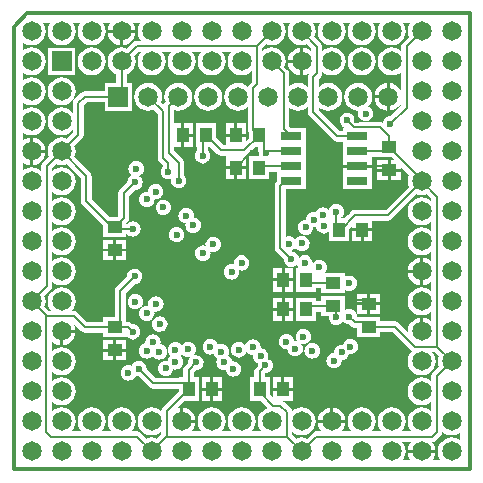
<source format=gbl>
G04 Layer_Physical_Order=4*
G04 Layer_Color=16711680*
%FSLAX44Y44*%
%MOMM*%
G71*
G01*
G75*
%ADD13C,0.2000*%
%ADD14C,0.3500*%
%ADD15C,1.6510*%
%ADD16R,1.6510X1.6510*%
%ADD17C,0.6000*%
%ADD18R,1.0000X1.3000*%
%ADD19R,1.3000X1.0000*%
%ADD20R,1.7500X0.6500*%
G36*
X142132Y183728D02*
X140947Y180868D01*
X140543Y177800D01*
X140947Y174731D01*
X141503Y173391D01*
X136506Y168395D01*
X135511Y166906D01*
X135162Y165150D01*
Y160954D01*
X132928Y162668D01*
X130069Y163852D01*
X127000Y164256D01*
X123931Y163852D01*
X121072Y162668D01*
X118616Y160784D01*
X116732Y158328D01*
X115547Y155469D01*
X115143Y152400D01*
X115547Y149331D01*
X116732Y146472D01*
X118616Y144016D01*
X121072Y142132D01*
X123931Y140947D01*
X127000Y140543D01*
X130069Y140947D01*
X132928Y142132D01*
X135162Y143846D01*
Y126994D01*
X134568Y128428D01*
X132684Y130884D01*
X130228Y132768D01*
X127368Y133953D01*
X125550Y134192D01*
Y122500D01*
Y110808D01*
X127368Y111048D01*
X130228Y112232D01*
X132684Y114116D01*
X134568Y116572D01*
X135162Y118006D01*
Y115150D01*
X126060Y106048D01*
X126000Y106056D01*
X124303Y105833D01*
X122722Y105177D01*
X121364Y104136D01*
X120322Y102778D01*
X119667Y101197D01*
X119579Y100523D01*
X119256Y100739D01*
X117500Y101088D01*
X97350D01*
X96042Y102395D01*
X96056Y102500D01*
X95833Y104197D01*
X95178Y105778D01*
X94136Y107136D01*
X92778Y108178D01*
X91197Y108833D01*
X89500Y109056D01*
X87803Y108833D01*
X86222Y108178D01*
X84864Y107136D01*
X83822Y105778D01*
X83167Y104197D01*
X82944Y102500D01*
X83167Y100803D01*
X83822Y99222D01*
X84864Y97864D01*
X86222Y96822D01*
X87803Y96167D01*
X89500Y95944D01*
X89515Y95946D01*
X89660Y95800D01*
X85750D01*
Y93638D01*
X83101D01*
X65338Y111401D01*
Y113946D01*
X67572Y112232D01*
X70431Y111048D01*
X73500Y110644D01*
X76568Y111048D01*
X79428Y112232D01*
X81884Y114116D01*
X83768Y116572D01*
X84952Y119431D01*
X85356Y122500D01*
X84952Y125569D01*
X83768Y128428D01*
X81884Y130884D01*
X79428Y132768D01*
X76568Y133953D01*
X73500Y134357D01*
X70431Y133953D01*
X67572Y132768D01*
X65338Y131054D01*
Y137599D01*
X66994Y139255D01*
X66994Y139256D01*
X66995Y139256D01*
X67467Y139963D01*
X67989Y140744D01*
X67989Y140744D01*
X67989Y140744D01*
X68165Y141626D01*
X68338Y142500D01*
X68338Y142500D01*
X68338Y142500D01*
Y143615D01*
X70272Y142132D01*
X73131Y140947D01*
X76200Y140543D01*
X79268Y140947D01*
X82128Y142132D01*
X84584Y144016D01*
X86468Y146472D01*
X87652Y149331D01*
X88056Y152400D01*
X87652Y155469D01*
X86468Y158328D01*
X84584Y160784D01*
X82128Y162668D01*
X79268Y163852D01*
X76200Y164256D01*
X73131Y163852D01*
X70272Y162668D01*
X68338Y161184D01*
Y164850D01*
Y164850D01*
Y164850D01*
X68223Y165432D01*
X67989Y166606D01*
X67989Y166606D01*
Y166606D01*
X67488Y167355D01*
X66995Y168094D01*
X66995Y168094D01*
X66995Y168094D01*
X61697Y173391D01*
X62252Y174731D01*
X62656Y177800D01*
X62252Y180868D01*
X61068Y183728D01*
X60092Y185000D01*
X66908D01*
X65932Y183728D01*
X64747Y180868D01*
X64343Y177800D01*
X64747Y174731D01*
X65932Y171872D01*
X67816Y169416D01*
X70272Y167532D01*
X73131Y166347D01*
X76200Y165943D01*
X79268Y166347D01*
X82128Y167532D01*
X84584Y169416D01*
X86468Y171872D01*
X87652Y174731D01*
X88056Y177800D01*
X87652Y180868D01*
X86468Y183728D01*
X85492Y185000D01*
X92308D01*
X91332Y183728D01*
X90147Y180868D01*
X89743Y177800D01*
X90147Y174731D01*
X91332Y171872D01*
X93216Y169416D01*
X95672Y167532D01*
X98531Y166347D01*
X101600Y165943D01*
X104669Y166347D01*
X107528Y167532D01*
X109984Y169416D01*
X111868Y171872D01*
X113052Y174731D01*
X113456Y177800D01*
X113052Y180868D01*
X111868Y183728D01*
X110892Y185000D01*
X117708D01*
X116732Y183728D01*
X115547Y180868D01*
X115143Y177800D01*
X115547Y174731D01*
X116732Y171872D01*
X118616Y169416D01*
X121072Y167532D01*
X123931Y166347D01*
X127000Y165943D01*
X130069Y166347D01*
X132928Y167532D01*
X135384Y169416D01*
X137268Y171872D01*
X138452Y174731D01*
X138856Y177800D01*
X138452Y180868D01*
X137268Y183728D01*
X136292Y185000D01*
X143108D01*
X142132Y183728D01*
D02*
G37*
G36*
X40532D02*
X39347Y180868D01*
X38943Y177800D01*
X39347Y174731D01*
X40532Y171872D01*
X42416Y169416D01*
X44872Y167532D01*
X47731Y166347D01*
X50800Y165943D01*
X53868Y166347D01*
X55209Y166903D01*
X59162Y162949D01*
Y160800D01*
X56728Y162668D01*
X53868Y163852D01*
X52050Y164092D01*
Y152400D01*
Y140708D01*
X53868Y140947D01*
X56728Y142132D01*
X57484Y142712D01*
X57033Y142037D01*
X56511Y141256D01*
X56511Y141256D01*
X56511Y141256D01*
X56336Y140374D01*
X56162Y139501D01*
X56162Y139500D01*
X56162Y139500D01*
Y131131D01*
X54028Y132768D01*
X51168Y133953D01*
X48100Y134357D01*
X45031Y133953D01*
X42172Y132768D01*
X40088Y131169D01*
Y142300D01*
X39739Y144056D01*
X38744Y145544D01*
X36297Y147991D01*
X36852Y149331D01*
X37256Y152400D01*
X36852Y155469D01*
X35668Y158328D01*
X33784Y160784D01*
X31328Y162668D01*
X28468Y163852D01*
X25400Y164256D01*
X22331Y163852D01*
X19472Y162668D01*
X17588Y161223D01*
Y163500D01*
X20991Y166903D01*
X22331Y166347D01*
X25400Y165943D01*
X28468Y166347D01*
X31328Y167532D01*
X33784Y169416D01*
X35668Y171872D01*
X36852Y174731D01*
X37256Y177800D01*
X36852Y180868D01*
X35668Y183728D01*
X34692Y185000D01*
X41508D01*
X40532Y183728D01*
D02*
G37*
G36*
X-10268Y158328D02*
X-11453Y155469D01*
X-11857Y152400D01*
X-11453Y149331D01*
X-10268Y146472D01*
X-8384Y144016D01*
X-5928Y142132D01*
X-3069Y140947D01*
X-0Y140543D01*
X3068Y140947D01*
X5928Y142132D01*
X8384Y144016D01*
X8412Y144053D01*
Y135150D01*
X6756Y133495D01*
X6756Y133494D01*
X6755Y133494D01*
X6283Y132787D01*
X5761Y132006D01*
X5761Y132006D01*
X5761Y132006D01*
X5585Y131124D01*
X5557Y130981D01*
X3228Y132768D01*
X369Y133953D01*
X-2700Y134357D01*
X-5769Y133953D01*
X-8628Y132768D01*
X-11084Y130884D01*
X-12968Y128428D01*
X-14153Y125569D01*
X-14557Y122500D01*
X-14153Y119431D01*
X-12968Y116572D01*
X-11084Y114116D01*
X-8628Y112232D01*
X-5769Y111048D01*
X-2700Y110644D01*
X369Y111048D01*
X3228Y112232D01*
X5412Y113908D01*
Y94750D01*
X5412Y94750D01*
X5412Y94750D01*
X5585Y93877D01*
X5761Y92994D01*
X5761Y92994D01*
X5761Y92994D01*
X6250Y92262D01*
Y87489D01*
X3750Y84989D01*
Y88750D01*
X-4750D01*
X-13250D01*
Y81588D01*
X-15349D01*
X-21750Y87989D01*
Y100000D01*
X-38750D01*
Y80000D01*
X-37588D01*
Y77172D01*
X-37636Y77136D01*
X-38678Y75778D01*
X-39332Y74197D01*
X-39556Y72500D01*
X-39332Y70803D01*
X-38678Y69222D01*
X-37636Y67864D01*
X-36278Y66822D01*
X-34697Y66167D01*
X-33000Y65944D01*
X-31303Y66167D01*
X-29722Y66822D01*
X-28364Y67864D01*
X-27322Y69222D01*
X-26667Y70803D01*
X-26444Y72500D01*
X-26667Y74197D01*
X-27322Y75778D01*
X-28364Y77136D01*
X-28412Y77172D01*
Y80000D01*
X-26739D01*
X-20494Y73756D01*
X-19006Y72761D01*
X-17250Y72412D01*
X-13250D01*
Y63749D01*
X-4750D01*
X3750D01*
Y72500D01*
X2694D01*
X4006Y72761D01*
X5494Y73756D01*
X11739Y80000D01*
X14162D01*
Y76750D01*
X14510Y75001D01*
X14444Y74500D01*
X14667Y72803D01*
X14793Y72500D01*
X6250D01*
Y52500D01*
X23250D01*
Y59062D01*
X29750D01*
Y56900D01*
Y50489D01*
X29506Y50244D01*
X28511Y48756D01*
X28162Y47000D01*
Y-5500D01*
X28511Y-7256D01*
X29506Y-8744D01*
X35702Y-14940D01*
X35694Y-15000D01*
X35917Y-16697D01*
X36572Y-18278D01*
X37614Y-19636D01*
X38972Y-20678D01*
X40553Y-21333D01*
X42250Y-21556D01*
X43947Y-21333D01*
X45528Y-20678D01*
X46886Y-19636D01*
X47091Y-19368D01*
X47167Y-19947D01*
X47822Y-21528D01*
X48568Y-22500D01*
X46251D01*
Y-42500D01*
X63250D01*
Y-39838D01*
X67500D01*
Y-43750D01*
X87500D01*
Y-40757D01*
X87722Y-40928D01*
X89303Y-41582D01*
X91000Y-41806D01*
X92697Y-41582D01*
X94278Y-40928D01*
X95636Y-39886D01*
X96678Y-38528D01*
X97333Y-36947D01*
X97556Y-35250D01*
X97333Y-33553D01*
X96678Y-31972D01*
X95636Y-30614D01*
X94278Y-29572D01*
X92697Y-28917D01*
X91000Y-28694D01*
X89303Y-28917D01*
X87722Y-29572D01*
X87500Y-29742D01*
Y-26750D01*
X70237D01*
X70386Y-26636D01*
X71428Y-25278D01*
X72083Y-23697D01*
X72306Y-22000D01*
X72083Y-20303D01*
X71428Y-18722D01*
X70386Y-17364D01*
X69028Y-16322D01*
X67447Y-15667D01*
X65750Y-15444D01*
X64053Y-15667D01*
X62472Y-16322D01*
X61114Y-17364D01*
X60072Y-18722D01*
X59957Y-19000D01*
X60056Y-18250D01*
X59833Y-16553D01*
X59178Y-14972D01*
X58136Y-13614D01*
X56778Y-12572D01*
X55197Y-11917D01*
X53500Y-11694D01*
X51803Y-11917D01*
X50222Y-12572D01*
X48864Y-13614D01*
X48659Y-13882D01*
X48583Y-13303D01*
X47928Y-11722D01*
X46886Y-10364D01*
X45528Y-9322D01*
X43947Y-8667D01*
X42250Y-8444D01*
X42190Y-8452D01*
X41888Y-8150D01*
X43028Y-7678D01*
X44386Y-6636D01*
X45428Y-5278D01*
X45458Y-5205D01*
X46364Y-6386D01*
X47722Y-7428D01*
X49303Y-8083D01*
X51000Y-8306D01*
X52697Y-8083D01*
X54278Y-7428D01*
X55636Y-6386D01*
X56678Y-5028D01*
X57333Y-3447D01*
X57556Y-1750D01*
X57333Y-53D01*
X56678Y1528D01*
X55636Y2886D01*
X54278Y3928D01*
X52697Y4583D01*
X51000Y4806D01*
X49303Y4583D01*
X47722Y3928D01*
X46364Y2886D01*
X45322Y1528D01*
X45292Y1455D01*
X44386Y2636D01*
X43028Y3678D01*
X41447Y4333D01*
X39750Y4556D01*
X38053Y4333D01*
X37338Y4036D01*
Y44200D01*
X54250D01*
Y56900D01*
Y69600D01*
Y82300D01*
Y95800D01*
X41739D01*
X40088Y97451D01*
Y113831D01*
X42172Y112232D01*
X45031Y111048D01*
X48100Y110644D01*
X51168Y111048D01*
X54028Y112232D01*
X56162Y113869D01*
Y109500D01*
X56511Y107744D01*
X57506Y106256D01*
X77956Y85806D01*
X79444Y84811D01*
X81200Y84462D01*
X85750D01*
Y82300D01*
Y69600D01*
Y64901D01*
X98000D01*
X110250D01*
Y69600D01*
Y71762D01*
X115000D01*
Y71250D01*
X127011D01*
X129511Y68750D01*
X126250D01*
Y61500D01*
X135000D01*
Y63262D01*
X141957Y56305D01*
X140947Y53868D01*
X140543Y50800D01*
X140947Y47731D01*
X141503Y46391D01*
X121950Y26838D01*
X96250D01*
X94494Y26489D01*
X93006Y25494D01*
X87512Y20000D01*
X84561D01*
Y20328D01*
X84608Y20364D01*
X85650Y21722D01*
X86305Y23303D01*
X86529Y25000D01*
X86305Y26697D01*
X85650Y28278D01*
X84608Y29636D01*
X83251Y30678D01*
X81669Y31333D01*
X79973Y31556D01*
X78276Y31333D01*
X76694Y30678D01*
X75337Y29636D01*
X74295Y28278D01*
X73640Y26697D01*
X73624Y26576D01*
X73386Y26886D01*
X72028Y27928D01*
X70447Y28583D01*
X68750Y28806D01*
X67053Y28583D01*
X65472Y27928D01*
X64114Y26886D01*
X63072Y25528D01*
X62772Y24802D01*
X62697Y24833D01*
X61000Y25056D01*
X59303Y24833D01*
X57722Y24178D01*
X56364Y23136D01*
X55322Y21778D01*
X54667Y20197D01*
X54448Y18530D01*
X54250Y18556D01*
X52553Y18333D01*
X50972Y17678D01*
X49614Y16636D01*
X48572Y15278D01*
X47917Y13697D01*
X47694Y12000D01*
X47917Y10303D01*
X48572Y8722D01*
X49614Y7364D01*
X50972Y6322D01*
X52553Y5667D01*
X54250Y5444D01*
X55947Y5667D01*
X57528Y6322D01*
X58886Y7364D01*
X59928Y8722D01*
X60583Y10303D01*
X60802Y11970D01*
X61000Y11944D01*
X62697Y12167D01*
X63303Y12419D01*
X63417Y11553D01*
X64072Y9972D01*
X65114Y8614D01*
X66472Y7572D01*
X68053Y6917D01*
X69750Y6694D01*
X71447Y6917D01*
X73028Y7572D01*
X74250Y8510D01*
Y0D01*
X91250D01*
Y10761D01*
X93750Y13261D01*
Y11251D01*
X102251D01*
X110750D01*
Y17662D01*
X123850D01*
X125606Y18011D01*
X127094Y19006D01*
X147991Y39903D01*
X149331Y39347D01*
X152400Y38943D01*
X155469Y39347D01*
X156809Y39903D01*
X160612Y36099D01*
Y33916D01*
X158328Y35668D01*
X155469Y36852D01*
X152400Y37256D01*
X149331Y36852D01*
X146472Y35668D01*
X144016Y33784D01*
X142132Y31328D01*
X140947Y28468D01*
X140543Y25400D01*
X140947Y22331D01*
X142132Y19472D01*
X144016Y17016D01*
X146472Y15132D01*
X149331Y13947D01*
X152400Y13543D01*
X155469Y13947D01*
X158328Y15132D01*
X160612Y16884D01*
Y8515D01*
X158328Y10268D01*
X155469Y11452D01*
X152400Y11856D01*
X149331Y11452D01*
X146472Y10268D01*
X144016Y8384D01*
X142132Y5928D01*
X140947Y3068D01*
X140543Y-0D01*
X140947Y-3069D01*
X142132Y-5928D01*
X144016Y-8384D01*
X146472Y-10268D01*
X149331Y-11453D01*
X152400Y-11857D01*
X155469Y-11453D01*
X158328Y-10268D01*
X160612Y-8516D01*
Y-16884D01*
X158328Y-15132D01*
X155469Y-13948D01*
X153650Y-13708D01*
Y-25400D01*
Y-37092D01*
X155469Y-36853D01*
X158328Y-35668D01*
X160612Y-33916D01*
Y-42284D01*
X158328Y-40532D01*
X155469Y-39348D01*
X152400Y-38944D01*
X149331Y-39348D01*
X146472Y-40532D01*
X144016Y-42416D01*
X142132Y-44872D01*
X140947Y-47731D01*
X140543Y-50800D01*
X140947Y-53869D01*
X142132Y-56728D01*
X144016Y-59184D01*
X146472Y-61068D01*
X149331Y-62253D01*
X152400Y-62657D01*
X155469Y-62253D01*
X158328Y-61068D01*
X160612Y-59316D01*
Y-67684D01*
X158328Y-65932D01*
X155469Y-64748D01*
X153650Y-64508D01*
Y-76200D01*
X151150D01*
Y-64508D01*
X149331Y-64748D01*
X146472Y-65932D01*
X144016Y-67816D01*
X142132Y-70272D01*
X140947Y-73131D01*
X140543Y-76200D01*
X140597Y-76609D01*
X132995Y-69006D01*
D01*
D01*
X132995Y-69006D01*
X131507Y-68012D01*
X130100Y-67732D01*
X129751Y-67662D01*
X117500Y-67662D01*
Y-63750D01*
X97556D01*
X97333Y-62053D01*
X96678Y-60472D01*
X95636Y-59114D01*
X94278Y-58072D01*
X92697Y-57417D01*
X91000Y-57194D01*
X89303Y-57417D01*
X87722Y-58072D01*
X87500Y-58242D01*
Y-46250D01*
X67500D01*
Y-50162D01*
X63250D01*
Y-47500D01*
X46251D01*
Y-67500D01*
X63250D01*
Y-59338D01*
X67500D01*
Y-63250D01*
X73826D01*
X73694Y-64250D01*
X73917Y-65947D01*
X74572Y-67528D01*
X75614Y-68886D01*
X76972Y-69928D01*
X78553Y-70583D01*
X80250Y-70806D01*
X81947Y-70583D01*
X83528Y-69928D01*
X84886Y-68886D01*
X85817Y-67673D01*
X86364Y-68386D01*
X87722Y-69428D01*
X89303Y-70083D01*
X91000Y-70306D01*
X91060Y-70298D01*
X92506Y-71744D01*
X93247Y-72239D01*
X93994Y-72739D01*
X93995Y-72739D01*
X93995Y-72739D01*
X94723Y-72884D01*
X95750Y-73088D01*
X97500D01*
Y-80750D01*
X117500D01*
Y-76838D01*
X127850Y-76839D01*
X143256Y-92245D01*
X143256Y-92245D01*
X143256Y-92245D01*
X143848Y-92640D01*
X144339Y-92969D01*
X144016Y-93216D01*
X142132Y-95672D01*
X140947Y-98532D01*
X140543Y-101600D01*
X140947Y-104669D01*
X142132Y-107528D01*
X144016Y-109984D01*
X146472Y-111868D01*
X149331Y-113053D01*
X152400Y-113457D01*
X155469Y-113053D01*
X158328Y-111868D01*
X160784Y-109984D01*
X162668Y-107528D01*
X163852Y-104669D01*
X164256Y-101600D01*
X163852Y-98532D01*
X162668Y-95672D01*
X161069Y-93588D01*
X163299D01*
X166903Y-97191D01*
X166347Y-98532D01*
X165943Y-101600D01*
X166347Y-104669D01*
X166903Y-106009D01*
X162006Y-110906D01*
X161011Y-112394D01*
X160662Y-114150D01*
Y-118523D01*
X158328Y-116732D01*
X155469Y-115548D01*
X152400Y-115144D01*
X149331Y-115548D01*
X146472Y-116732D01*
X144016Y-118616D01*
X142132Y-121072D01*
X140947Y-123932D01*
X140543Y-127000D01*
X140947Y-130069D01*
X142132Y-132928D01*
X144016Y-135384D01*
X146472Y-137268D01*
X149331Y-138453D01*
X152400Y-138857D01*
X155469Y-138453D01*
X158328Y-137268D01*
X160662Y-135477D01*
Y-143923D01*
X158328Y-142132D01*
X155469Y-140948D01*
X152400Y-140544D01*
X149331Y-140948D01*
X146472Y-142132D01*
X144016Y-144016D01*
X142132Y-146472D01*
X140947Y-149332D01*
X140543Y-152400D01*
X140947Y-155469D01*
X142132Y-158328D01*
X143922Y-160662D01*
X135477D01*
X137268Y-158328D01*
X138452Y-155469D01*
X138856Y-152400D01*
X138452Y-149332D01*
X137268Y-146472D01*
X135384Y-144016D01*
X132928Y-142132D01*
X130069Y-140948D01*
X127000Y-140544D01*
X123931Y-140948D01*
X121072Y-142132D01*
X118616Y-144016D01*
X116732Y-146472D01*
X115547Y-149332D01*
X115143Y-152400D01*
X115547Y-155469D01*
X116732Y-158328D01*
X118522Y-160662D01*
X110077D01*
X111868Y-158328D01*
X113052Y-155469D01*
X113456Y-152400D01*
X113052Y-149332D01*
X111868Y-146472D01*
X109984Y-144016D01*
X107528Y-142132D01*
X104669Y-140948D01*
X101600Y-140544D01*
X98531Y-140948D01*
X95672Y-142132D01*
X93216Y-144016D01*
X91332Y-146472D01*
X90147Y-149332D01*
X89743Y-152400D01*
X90147Y-155469D01*
X91332Y-158328D01*
X93122Y-160662D01*
X84677D01*
X86468Y-158328D01*
X87652Y-155469D01*
X87892Y-153650D01*
X64508D01*
X64747Y-155469D01*
X65932Y-158328D01*
X67722Y-160662D01*
X63350D01*
X61594Y-161011D01*
X60106Y-162006D01*
X55209Y-166903D01*
X53868Y-166348D01*
X50800Y-165944D01*
X47731Y-166348D01*
X46391Y-166903D01*
X42838Y-163350D01*
Y-161108D01*
X44872Y-162668D01*
X47731Y-163853D01*
X50800Y-164257D01*
X53868Y-163853D01*
X56728Y-162668D01*
X59184Y-160784D01*
X61068Y-158328D01*
X62252Y-155469D01*
X62656Y-152400D01*
X62252Y-149332D01*
X61068Y-146472D01*
X59184Y-144016D01*
X56728Y-142132D01*
X53868Y-140948D01*
X50800Y-140544D01*
X47731Y-140948D01*
X44872Y-142132D01*
X42699Y-143799D01*
X42489Y-142744D01*
X41494Y-141256D01*
X35994Y-135756D01*
X34864Y-135000D01*
X43250D01*
Y-126250D01*
X34750D01*
X26250D01*
Y-131762D01*
X23750Y-129261D01*
Y-115000D01*
X19838D01*
Y-111900D01*
X20190Y-111548D01*
X20250Y-111556D01*
X21947Y-111333D01*
X23528Y-110678D01*
X24885Y-109636D01*
X25927Y-108278D01*
X26582Y-106697D01*
X26806Y-105000D01*
X26582Y-103303D01*
X25927Y-101722D01*
X24885Y-100364D01*
X23528Y-99323D01*
X22500Y-98897D01*
X22583Y-98697D01*
X22806Y-97000D01*
X22583Y-95303D01*
X21928Y-93722D01*
X20886Y-92364D01*
X19528Y-91322D01*
X17947Y-90667D01*
X16250Y-90444D01*
X15926Y-90487D01*
X16056Y-89500D01*
X15833Y-87803D01*
X15178Y-86222D01*
X14136Y-84864D01*
X12778Y-83822D01*
X11197Y-83167D01*
X9500Y-82944D01*
X7803Y-83167D01*
X6222Y-83822D01*
X4864Y-84864D01*
X3822Y-86222D01*
X3167Y-87803D01*
X3130Y-88084D01*
X2386Y-87114D01*
X1028Y-86072D01*
X-553Y-85417D01*
X-2250Y-85194D01*
X-3947Y-85417D01*
X-5528Y-86072D01*
X-6886Y-87114D01*
X-7928Y-88472D01*
X-8583Y-90053D01*
X-8806Y-91750D01*
X-8583Y-93447D01*
X-7928Y-95028D01*
X-6886Y-96386D01*
X-5528Y-97428D01*
X-3947Y-98083D01*
X-2250Y-98306D01*
X-553Y-98083D01*
X1028Y-97428D01*
X2386Y-96386D01*
X3428Y-95028D01*
X4083Y-93447D01*
X4120Y-93166D01*
X4864Y-94136D01*
X6222Y-95178D01*
X7803Y-95833D01*
X9500Y-96056D01*
X9824Y-96013D01*
X9694Y-97000D01*
X9918Y-98697D01*
X10573Y-100278D01*
X11614Y-101636D01*
X12972Y-102678D01*
X14000Y-103104D01*
X13917Y-103303D01*
X13694Y-105000D01*
X13701Y-105060D01*
X12006Y-106756D01*
X11011Y-108244D01*
X10662Y-110000D01*
Y-115000D01*
X6750D01*
Y-135000D01*
X16511D01*
X22444Y-140933D01*
X22331Y-140948D01*
X19472Y-142132D01*
X17016Y-144016D01*
X15132Y-146472D01*
X13947Y-149332D01*
X13543Y-152400D01*
X13947Y-155469D01*
X15132Y-158328D01*
X16922Y-160662D01*
X8477D01*
X10268Y-158328D01*
X11452Y-155469D01*
X11856Y-152400D01*
X11452Y-149332D01*
X10268Y-146472D01*
X8384Y-144016D01*
X5928Y-142132D01*
X3068Y-140948D01*
X-0Y-140544D01*
X-3069Y-140948D01*
X-5928Y-142132D01*
X-8384Y-144016D01*
X-10268Y-146472D01*
X-11453Y-149332D01*
X-11857Y-152400D01*
X-11453Y-155469D01*
X-10268Y-158328D01*
X-8478Y-160662D01*
X-16923D01*
X-15132Y-158328D01*
X-13948Y-155469D01*
X-13544Y-152400D01*
X-13948Y-149332D01*
X-15132Y-146472D01*
X-17016Y-144016D01*
X-19472Y-142132D01*
X-22332Y-140948D01*
X-25400Y-140544D01*
X-28469Y-140948D01*
X-31328Y-142132D01*
X-33784Y-144016D01*
X-35668Y-146472D01*
X-36853Y-149332D01*
X-37257Y-152400D01*
X-36853Y-155469D01*
X-35668Y-158328D01*
X-33878Y-160662D01*
X-42323D01*
X-40532Y-158328D01*
X-39348Y-155469D01*
X-39108Y-153650D01*
X-50800D01*
Y-152400D01*
X-52050D01*
Y-140708D01*
X-53869Y-140948D01*
X-54449Y-141188D01*
X-48261Y-135000D01*
X-36250D01*
Y-115000D01*
X-40162D01*
Y-110400D01*
X-38809Y-109048D01*
X-38750Y-109056D01*
X-37053Y-108833D01*
X-35472Y-108177D01*
X-34114Y-107136D01*
X-33072Y-105778D01*
X-32417Y-104197D01*
X-32194Y-102500D01*
X-32417Y-100803D01*
X-33072Y-99222D01*
X-34114Y-97864D01*
X-35472Y-96822D01*
X-37053Y-96167D01*
X-38750Y-95944D01*
X-40447Y-96167D01*
X-40898Y-96354D01*
X-40614Y-96136D01*
X-39572Y-94778D01*
X-38917Y-93197D01*
X-38694Y-91500D01*
X-38917Y-89803D01*
X-39572Y-88222D01*
X-40614Y-86864D01*
X-41972Y-85822D01*
X-43553Y-85167D01*
X-45250Y-84944D01*
X-46947Y-85167D01*
X-48528Y-85822D01*
X-49886Y-86864D01*
X-50721Y-87953D01*
X-51364Y-87114D01*
X-52722Y-86072D01*
X-54303Y-85417D01*
X-56000Y-85194D01*
X-57697Y-85417D01*
X-59278Y-86072D01*
X-60636Y-87114D01*
X-61678Y-88472D01*
X-62333Y-90053D01*
X-62556Y-91750D01*
X-62333Y-93447D01*
X-61678Y-95028D01*
X-60636Y-96386D01*
X-60123Y-96779D01*
X-60886Y-97364D01*
X-61928Y-98722D01*
X-62583Y-100303D01*
X-62694Y-101149D01*
X-64250Y-100944D01*
X-65947Y-101167D01*
X-67528Y-101822D01*
X-68886Y-102864D01*
X-69928Y-104222D01*
X-70583Y-105803D01*
X-70806Y-107500D01*
X-70583Y-109197D01*
X-69928Y-110778D01*
X-68886Y-112136D01*
X-67528Y-113178D01*
X-65947Y-113833D01*
X-64250Y-114056D01*
X-62553Y-113833D01*
X-60972Y-113178D01*
X-59614Y-112136D01*
X-58572Y-110778D01*
X-57917Y-109197D01*
X-57806Y-108351D01*
X-56250Y-108556D01*
X-54553Y-108333D01*
X-52972Y-107678D01*
X-51614Y-106636D01*
X-50572Y-105278D01*
X-49917Y-103697D01*
X-49694Y-102000D01*
X-49917Y-100303D01*
X-50572Y-98722D01*
X-51614Y-97364D01*
X-52127Y-96971D01*
X-51364Y-96386D01*
X-50529Y-95297D01*
X-49886Y-96136D01*
X-48528Y-97178D01*
X-46947Y-97833D01*
X-45250Y-98056D01*
X-43553Y-97833D01*
X-43101Y-97646D01*
X-43386Y-97864D01*
X-44428Y-99222D01*
X-45083Y-100803D01*
X-45306Y-102500D01*
X-45298Y-102559D01*
X-47994Y-105255D01*
X-48989Y-106744D01*
X-49338Y-108500D01*
Y-115000D01*
X-53250D01*
Y-115412D01*
X-72849D01*
X-80452Y-107810D01*
X-80444Y-107750D01*
X-80667Y-106053D01*
X-81322Y-104472D01*
X-82364Y-103114D01*
X-83722Y-102072D01*
X-85303Y-101417D01*
X-87000Y-101194D01*
X-88697Y-101417D01*
X-90278Y-102072D01*
X-91636Y-103114D01*
X-92678Y-104472D01*
X-93037Y-105338D01*
X-94053Y-104917D01*
X-95750Y-104694D01*
X-97447Y-104917D01*
X-99028Y-105572D01*
X-100386Y-106614D01*
X-101428Y-107972D01*
X-102083Y-109553D01*
X-102306Y-111250D01*
X-102083Y-112947D01*
X-101428Y-114528D01*
X-100386Y-115886D01*
X-99028Y-116928D01*
X-97447Y-117583D01*
X-95750Y-117806D01*
X-94053Y-117583D01*
X-92472Y-116928D01*
X-91114Y-115886D01*
X-90072Y-114528D01*
X-89713Y-113662D01*
X-88697Y-114083D01*
X-87000Y-114306D01*
X-86940Y-114298D01*
X-77994Y-123244D01*
X-76506Y-124239D01*
X-74750Y-124588D01*
X-53250D01*
Y-127011D01*
X-66494Y-140256D01*
X-67489Y-141744D01*
X-67838Y-143500D01*
Y-144000D01*
X-70272Y-142132D01*
X-73131Y-140948D01*
X-76200Y-140544D01*
X-79269Y-140948D01*
X-82128Y-142132D01*
X-84584Y-144016D01*
X-86468Y-146472D01*
X-87653Y-149332D01*
X-88057Y-152400D01*
X-87653Y-155469D01*
X-86468Y-158328D01*
X-84584Y-160784D01*
X-82128Y-162668D01*
X-79269Y-163853D01*
X-76200Y-164257D01*
X-73131Y-163853D01*
X-70272Y-162668D01*
X-67838Y-160800D01*
Y-162950D01*
X-71791Y-166903D01*
X-73131Y-166348D01*
X-76200Y-165944D01*
X-79269Y-166348D01*
X-80609Y-166903D01*
X-85506Y-162006D01*
X-86994Y-161011D01*
X-88750Y-160662D01*
X-93123D01*
X-91332Y-158328D01*
X-90148Y-155469D01*
X-89744Y-152400D01*
X-90148Y-149332D01*
X-91332Y-146472D01*
X-93216Y-144016D01*
X-95672Y-142132D01*
X-98532Y-140948D01*
X-101600Y-140544D01*
X-104669Y-140948D01*
X-107528Y-142132D01*
X-109984Y-144016D01*
X-111868Y-146472D01*
X-113053Y-149332D01*
X-113457Y-152400D01*
X-113053Y-155469D01*
X-111868Y-158328D01*
X-110078Y-160662D01*
X-118523D01*
X-116732Y-158328D01*
X-115548Y-155469D01*
X-115144Y-152400D01*
X-115548Y-149332D01*
X-116732Y-146472D01*
X-118616Y-144016D01*
X-121072Y-142132D01*
X-123932Y-140948D01*
X-127000Y-140544D01*
X-130069Y-140948D01*
X-132928Y-142132D01*
X-135384Y-144016D01*
X-137268Y-146472D01*
X-138453Y-149332D01*
X-138857Y-152400D01*
X-138453Y-155469D01*
X-137268Y-158328D01*
X-135478Y-160662D01*
X-143923D01*
X-142132Y-158328D01*
X-140948Y-155469D01*
X-140544Y-152400D01*
X-140948Y-149332D01*
X-142132Y-146472D01*
X-144016Y-144016D01*
X-146472Y-142132D01*
X-149332Y-140948D01*
X-152400Y-140544D01*
X-155469Y-140948D01*
X-158328Y-142132D01*
X-160662Y-143923D01*
Y-135477D01*
X-158328Y-137268D01*
X-155469Y-138453D01*
X-152400Y-138857D01*
X-149332Y-138453D01*
X-146472Y-137268D01*
X-144016Y-135384D01*
X-142132Y-132928D01*
X-140948Y-130069D01*
X-140544Y-127000D01*
X-140948Y-123932D01*
X-142132Y-121072D01*
X-144016Y-118616D01*
X-146472Y-116732D01*
X-149332Y-115548D01*
X-152400Y-115144D01*
X-155469Y-115548D01*
X-158328Y-116732D01*
X-160662Y-118523D01*
Y-110077D01*
X-158328Y-111868D01*
X-155469Y-113053D01*
X-152400Y-113457D01*
X-149332Y-113053D01*
X-146472Y-111868D01*
X-144016Y-109984D01*
X-142132Y-107528D01*
X-140948Y-104669D01*
X-140544Y-101600D01*
X-140948Y-98532D01*
X-142132Y-95672D01*
X-144016Y-93216D01*
X-146472Y-91332D01*
X-149332Y-90148D01*
X-152400Y-89744D01*
X-155469Y-90148D01*
X-158328Y-91332D01*
X-160662Y-93123D01*
Y-84677D01*
X-158328Y-86468D01*
X-155469Y-87653D01*
X-153650Y-87892D01*
Y-76200D01*
X-152400D01*
Y-74950D01*
X-140708D01*
X-140948Y-73131D01*
X-142132Y-70272D01*
X-143808Y-68088D01*
X-143650D01*
X-135745Y-75994D01*
X-134256Y-76989D01*
X-132500Y-77338D01*
X-117500D01*
Y-81250D01*
X-97500D01*
Y-80335D01*
X-96886Y-81136D01*
X-95528Y-82178D01*
X-93947Y-82832D01*
X-92250Y-83056D01*
X-90553Y-82832D01*
X-88972Y-82178D01*
X-87614Y-81136D01*
X-86572Y-79778D01*
X-85917Y-78197D01*
X-85694Y-76500D01*
X-85917Y-74803D01*
X-86572Y-73222D01*
X-87614Y-71864D01*
X-88972Y-70822D01*
X-90553Y-70167D01*
X-92250Y-69944D01*
X-92310Y-69952D01*
X-92756Y-69506D01*
X-94244Y-68511D01*
X-96000Y-68162D01*
X-97500D01*
Y-64250D01*
X-98162D01*
Y-43651D01*
X-90560Y-36048D01*
X-90500Y-36056D01*
X-88803Y-35833D01*
X-87222Y-35178D01*
X-85864Y-34136D01*
X-84822Y-32778D01*
X-84167Y-31197D01*
X-83944Y-29500D01*
X-84167Y-27803D01*
X-84822Y-26222D01*
X-85864Y-24864D01*
X-87222Y-23823D01*
X-88803Y-23168D01*
X-90500Y-22944D01*
X-92197Y-23168D01*
X-93778Y-23823D01*
X-95136Y-24864D01*
X-96178Y-26222D01*
X-96833Y-27803D01*
X-97056Y-29500D01*
X-97048Y-29560D01*
X-105994Y-38506D01*
X-106989Y-39994D01*
X-107338Y-41750D01*
Y-64250D01*
X-117500D01*
Y-68162D01*
X-130600D01*
X-138506Y-60256D01*
X-139994Y-59261D01*
X-141750Y-58912D01*
X-143808D01*
X-142132Y-56728D01*
X-140948Y-53869D01*
X-140544Y-50800D01*
X-140948Y-47731D01*
X-142132Y-44872D01*
X-144016Y-42416D01*
X-146472Y-40532D01*
X-149332Y-39348D01*
X-152400Y-38944D01*
X-155469Y-39348D01*
X-158328Y-40532D01*
X-160784Y-42416D01*
X-162668Y-44872D01*
X-163853Y-47731D01*
X-164257Y-50800D01*
X-163853Y-53869D01*
X-162668Y-56728D01*
X-160993Y-58912D01*
X-163200D01*
X-166903Y-55209D01*
X-166348Y-53869D01*
X-165944Y-50800D01*
X-166348Y-47731D01*
X-166903Y-46391D01*
X-161756Y-41244D01*
X-160761Y-39756D01*
X-160412Y-38000D01*
Y-34069D01*
X-158328Y-35668D01*
X-155469Y-36853D01*
X-152400Y-37257D01*
X-149332Y-36853D01*
X-146472Y-35668D01*
X-144016Y-33784D01*
X-142132Y-31328D01*
X-140948Y-28469D01*
X-140544Y-25400D01*
X-140948Y-22332D01*
X-142132Y-19472D01*
X-144016Y-17016D01*
X-146472Y-15132D01*
X-149332Y-13948D01*
X-152400Y-13544D01*
X-155469Y-13948D01*
X-158328Y-15132D01*
X-160412Y-16731D01*
Y-8669D01*
X-158328Y-10268D01*
X-155469Y-11453D01*
X-152400Y-11857D01*
X-149332Y-11453D01*
X-146472Y-10268D01*
X-144016Y-8384D01*
X-142132Y-5928D01*
X-140948Y-3069D01*
X-140544Y-0D01*
X-140948Y3068D01*
X-142132Y5928D01*
X-144016Y8384D01*
X-146472Y10268D01*
X-149332Y11452D01*
X-152400Y11856D01*
X-155469Y11452D01*
X-158328Y10268D01*
X-160412Y8669D01*
Y16731D01*
X-158328Y15132D01*
X-155469Y13947D01*
X-152400Y13543D01*
X-149332Y13947D01*
X-146472Y15132D01*
X-144016Y17016D01*
X-142132Y19472D01*
X-140948Y22331D01*
X-140544Y25400D01*
X-140948Y28468D01*
X-142132Y31328D01*
X-144016Y33784D01*
X-146472Y35668D01*
X-149332Y36852D01*
X-152400Y37256D01*
X-155469Y36852D01*
X-158328Y35668D01*
X-160412Y34069D01*
Y42131D01*
X-158328Y40532D01*
X-155469Y39347D01*
X-152400Y38943D01*
X-149332Y39347D01*
X-146472Y40532D01*
X-144016Y42416D01*
X-142132Y44872D01*
X-140948Y47731D01*
X-140544Y50800D01*
X-140948Y53868D01*
X-142132Y56728D01*
X-144016Y59184D01*
X-146472Y61068D01*
X-149332Y62252D01*
X-152400Y62656D01*
X-155469Y62252D01*
X-158328Y61068D01*
X-160412Y59469D01*
Y61700D01*
X-156809Y65303D01*
X-155469Y64747D01*
X-152400Y64343D01*
X-149332Y64747D01*
X-147991Y65303D01*
X-136088Y53400D01*
Y34000D01*
X-135739Y32245D01*
X-134744Y30756D01*
X-117500Y13512D01*
Y3750D01*
X-97500D01*
Y5912D01*
X-96672D01*
X-96636Y5864D01*
X-95278Y4823D01*
X-93697Y4168D01*
X-92000Y3944D01*
X-90303Y4168D01*
X-88722Y4823D01*
X-87364Y5864D01*
X-86322Y7222D01*
X-85667Y8803D01*
X-85444Y10500D01*
X-85667Y12197D01*
X-86322Y13778D01*
X-87364Y15136D01*
X-88722Y16178D01*
X-90303Y16833D01*
X-92000Y17056D01*
X-93697Y16833D01*
X-95278Y16178D01*
X-96636Y15136D01*
X-96672Y15088D01*
X-97500D01*
Y15762D01*
X-96506Y16756D01*
X-95511Y18245D01*
X-95162Y20000D01*
Y38850D01*
X-90309Y43702D01*
X-90250Y43694D01*
X-88553Y43917D01*
X-86972Y44573D01*
X-85614Y45614D01*
X-84572Y46972D01*
X-83917Y48553D01*
X-83694Y50250D01*
X-83917Y51947D01*
X-84572Y53528D01*
X-85614Y54886D01*
X-86532Y55590D01*
X-85972Y55822D01*
X-84614Y56864D01*
X-83572Y58222D01*
X-82917Y59803D01*
X-82694Y61500D01*
X-82917Y63197D01*
X-83572Y64778D01*
X-84614Y66136D01*
X-85972Y67178D01*
X-87553Y67833D01*
X-89250Y68056D01*
X-90947Y67833D01*
X-92528Y67178D01*
X-93886Y66136D01*
X-94928Y64778D01*
X-95583Y63197D01*
X-95806Y61500D01*
X-95583Y59803D01*
X-94928Y58222D01*
X-93886Y56864D01*
X-92968Y56160D01*
X-93528Y55928D01*
X-94886Y54886D01*
X-95928Y53528D01*
X-96583Y51947D01*
X-96806Y50250D01*
X-96798Y50191D01*
X-102994Y43994D01*
X-103989Y42506D01*
X-104338Y40750D01*
Y21901D01*
X-105489Y20750D01*
X-111761D01*
X-126912Y35901D01*
Y55300D01*
Y55300D01*
Y55300D01*
X-127085Y56172D01*
X-127261Y57056D01*
X-127261Y57056D01*
Y57056D01*
X-127860Y57952D01*
X-128256Y58545D01*
X-128256Y58545D01*
X-128256Y58545D01*
X-141503Y71791D01*
X-140948Y73131D01*
X-140544Y76200D01*
X-140948Y79268D01*
X-141503Y80609D01*
X-135006Y87106D01*
X-134011Y88594D01*
X-133662Y90350D01*
Y115099D01*
X-130849Y117912D01*
X-116055D01*
Y110745D01*
X-92545D01*
Y134255D01*
X-97012D01*
Y141577D01*
X-95672Y142132D01*
X-93216Y144016D01*
X-91332Y146472D01*
X-90148Y149331D01*
X-89744Y152400D01*
X-90148Y155469D01*
X-90703Y156809D01*
X-86849Y160662D01*
X-84677D01*
X-86468Y158328D01*
X-87653Y155469D01*
X-88057Y152400D01*
X-87653Y149331D01*
X-86468Y146472D01*
X-84584Y144016D01*
X-82128Y142132D01*
X-79269Y140947D01*
X-76200Y140543D01*
X-73131Y140947D01*
X-70272Y142132D01*
X-67816Y144016D01*
X-65932Y146472D01*
X-64748Y149331D01*
X-64344Y152400D01*
X-64748Y155469D01*
X-65932Y158328D01*
X-67723Y160662D01*
X-59277D01*
X-61068Y158328D01*
X-62253Y155469D01*
X-62657Y152400D01*
X-62253Y149331D01*
X-61068Y146472D01*
X-59184Y144016D01*
X-56728Y142132D01*
X-53869Y140947D01*
X-50800Y140543D01*
X-47731Y140947D01*
X-44872Y142132D01*
X-42416Y144016D01*
X-40532Y146472D01*
X-39348Y149331D01*
X-38944Y152400D01*
X-39348Y155469D01*
X-40532Y158328D01*
X-42323Y160662D01*
X-33877D01*
X-35668Y158328D01*
X-36853Y155469D01*
X-37257Y152400D01*
X-36853Y149331D01*
X-35668Y146472D01*
X-33784Y144016D01*
X-31328Y142132D01*
X-28469Y140947D01*
X-25400Y140543D01*
X-22332Y140947D01*
X-19472Y142132D01*
X-17016Y144016D01*
X-15132Y146472D01*
X-13948Y149331D01*
X-13544Y152400D01*
X-13948Y155469D01*
X-15132Y158328D01*
X-16923Y160662D01*
X-8477D01*
X-10268Y158328D01*
D02*
G37*
G36*
X171872Y-162668D02*
X174731Y-163853D01*
X177800Y-164257D01*
X180868Y-163853D01*
X183728Y-162668D01*
X185000Y-161692D01*
Y-168508D01*
X183728Y-167532D01*
X180868Y-166348D01*
X177800Y-165944D01*
X174731Y-166348D01*
X171872Y-167532D01*
X169416Y-169416D01*
X167532Y-171872D01*
X166347Y-174732D01*
X165943Y-177800D01*
X166347Y-180869D01*
X167532Y-183728D01*
X168508Y-185000D01*
X161692D01*
X162668Y-183728D01*
X163852Y-180869D01*
X164092Y-179050D01*
X140708D01*
X140947Y-180869D01*
X142132Y-183728D01*
X143108Y-185000D01*
X136292D01*
X137268Y-183728D01*
X138452Y-180869D01*
X138856Y-177800D01*
X138452Y-174732D01*
X137268Y-171872D01*
X135707Y-169838D01*
X143692D01*
X142132Y-171872D01*
X140947Y-174732D01*
X140708Y-176550D01*
X164092D01*
X163852Y-174732D01*
X162668Y-171872D01*
X161107Y-169838D01*
X161250D01*
X163006Y-169489D01*
X164494Y-168494D01*
X168494Y-164494D01*
X169489Y-163006D01*
X169838Y-161250D01*
Y-161108D01*
X171872Y-162668D01*
D02*
G37*
G36*
X-86468Y183728D02*
X-87653Y180868D01*
X-88057Y177800D01*
X-87653Y174731D01*
X-86468Y171872D01*
X-84908Y169838D01*
X-88750D01*
X-90506Y169489D01*
X-91994Y168494D01*
X-97191Y163297D01*
X-98532Y163852D01*
X-101600Y164256D01*
X-104669Y163852D01*
X-107528Y162668D01*
X-109984Y160784D01*
X-111868Y158328D01*
X-113053Y155469D01*
X-113457Y152400D01*
X-113053Y149331D01*
X-111868Y146472D01*
X-109984Y144016D01*
X-107528Y142132D01*
X-106188Y141577D01*
Y134255D01*
X-116055D01*
Y127088D01*
X-132750D01*
X-134506Y126739D01*
X-135994Y125744D01*
X-141494Y120244D01*
X-142489Y118756D01*
X-142838Y117000D01*
Y108448D01*
X-144016Y109984D01*
X-146472Y111868D01*
X-149332Y113052D01*
X-152400Y113456D01*
X-155469Y113052D01*
X-158328Y111868D01*
X-160784Y109984D01*
X-162668Y107528D01*
X-163853Y104669D01*
X-164257Y101600D01*
X-163853Y98531D01*
X-162668Y95672D01*
X-160784Y93216D01*
X-158328Y91332D01*
X-155469Y90147D01*
X-152400Y89743D01*
X-149332Y90147D01*
X-146472Y91332D01*
X-144016Y93216D01*
X-142838Y94752D01*
Y92250D01*
X-147991Y87097D01*
X-149332Y87652D01*
X-152400Y88056D01*
X-155469Y87652D01*
X-158328Y86468D01*
X-160784Y84584D01*
X-162668Y82128D01*
X-163853Y79268D01*
X-164257Y76200D01*
X-163853Y73131D01*
X-163298Y71791D01*
X-168244Y66844D01*
X-169239Y65356D01*
X-169588Y63600D01*
Y59315D01*
X-171872Y61068D01*
X-174732Y62252D01*
X-177800Y62656D01*
X-180869Y62252D01*
X-183728Y61068D01*
X-185000Y60092D01*
Y66908D01*
X-183728Y65932D01*
X-180869Y64747D01*
X-179050Y64508D01*
Y76200D01*
Y87892D01*
X-180869Y87652D01*
X-183728Y86468D01*
X-185000Y85492D01*
Y92308D01*
X-183728Y91332D01*
X-180869Y90147D01*
X-177800Y89743D01*
X-174732Y90147D01*
X-171872Y91332D01*
X-169416Y93216D01*
X-167532Y95672D01*
X-166348Y98531D01*
X-165944Y101600D01*
X-166348Y104669D01*
X-167532Y107528D01*
X-169416Y109984D01*
X-171872Y111868D01*
X-174732Y113052D01*
X-177800Y113456D01*
X-180869Y113052D01*
X-183728Y111868D01*
X-185000Y110892D01*
Y117708D01*
X-183728Y116732D01*
X-180869Y115547D01*
X-177800Y115143D01*
X-174732Y115547D01*
X-171872Y116732D01*
X-169416Y118616D01*
X-167532Y121072D01*
X-166348Y123931D01*
X-165944Y127000D01*
X-166348Y130069D01*
X-167532Y132928D01*
X-169416Y135384D01*
X-171872Y137268D01*
X-174732Y138452D01*
X-177800Y138856D01*
X-180869Y138452D01*
X-183728Y137268D01*
X-185000Y136292D01*
Y143108D01*
X-183728Y142132D01*
X-180869Y140947D01*
X-177800Y140543D01*
X-174732Y140947D01*
X-171872Y142132D01*
X-169416Y144016D01*
X-167532Y146472D01*
X-166348Y149331D01*
X-165944Y152400D01*
X-166348Y155469D01*
X-167532Y158328D01*
X-169416Y160784D01*
X-171872Y162668D01*
X-174732Y163852D01*
X-177800Y164256D01*
X-180869Y163852D01*
X-183728Y162668D01*
X-185000Y161692D01*
Y168508D01*
X-183728Y167532D01*
X-180869Y166347D01*
X-177800Y165943D01*
X-174732Y166347D01*
X-171872Y167532D01*
X-169416Y169416D01*
X-167532Y171872D01*
X-166348Y174731D01*
X-165944Y177800D01*
X-166348Y180868D01*
X-167532Y183728D01*
X-168508Y185000D01*
X-161692D01*
X-162668Y183728D01*
X-163853Y180868D01*
X-164257Y177800D01*
X-163853Y174731D01*
X-162668Y171872D01*
X-160784Y169416D01*
X-158328Y167532D01*
X-155469Y166347D01*
X-152400Y165943D01*
X-149332Y166347D01*
X-146472Y167532D01*
X-144016Y169416D01*
X-142132Y171872D01*
X-140948Y174731D01*
X-140544Y177800D01*
X-140948Y180868D01*
X-142132Y183728D01*
X-143108Y185000D01*
X-136292D01*
X-137268Y183728D01*
X-138453Y180868D01*
X-138857Y177800D01*
X-138453Y174731D01*
X-137268Y171872D01*
X-135384Y169416D01*
X-132928Y167532D01*
X-130069Y166347D01*
X-127000Y165943D01*
X-123932Y166347D01*
X-121072Y167532D01*
X-118616Y169416D01*
X-116732Y171872D01*
X-115548Y174731D01*
X-115144Y177800D01*
X-115548Y180868D01*
X-116732Y183728D01*
X-117708Y185000D01*
X-110892D01*
X-111868Y183728D01*
X-113053Y180868D01*
X-113292Y179050D01*
X-89908D01*
X-90148Y180868D01*
X-91332Y183728D01*
X-92308Y185000D01*
X-85492D01*
X-86468Y183728D01*
D02*
G37*
%LPC*%
G36*
X98900Y134357D02*
X95831Y133953D01*
X92972Y132768D01*
X90516Y130884D01*
X88632Y128428D01*
X87447Y125569D01*
X87043Y122500D01*
X87447Y119431D01*
X88632Y116572D01*
X90516Y114116D01*
X92972Y112232D01*
X95831Y111048D01*
X98900Y110644D01*
X98959Y110652D01*
X98667Y109947D01*
X98444Y108250D01*
X98667Y106553D01*
X99322Y104972D01*
X100364Y103614D01*
X101722Y102572D01*
X103303Y101917D01*
X105000Y101694D01*
X106697Y101917D01*
X108278Y102572D01*
X109636Y103614D01*
X110678Y104972D01*
X111333Y106553D01*
X111556Y108250D01*
X111333Y109947D01*
X110678Y111528D01*
X109636Y112886D01*
X108278Y113928D01*
X107414Y114286D01*
X109168Y116572D01*
X110352Y119431D01*
X110756Y122500D01*
X110352Y125569D01*
X109168Y128428D01*
X107284Y130884D01*
X104828Y132768D01*
X101968Y133953D01*
X98900Y134357D01*
D02*
G37*
G36*
X123050Y121250D02*
X112608D01*
X112847Y119431D01*
X114032Y116572D01*
X115916Y114116D01*
X118372Y112232D01*
X121231Y111048D01*
X123050Y110808D01*
Y121250D01*
D02*
G37*
G36*
Y134192D02*
X121231Y133953D01*
X118372Y132768D01*
X115916Y130884D01*
X114032Y128428D01*
X112847Y125569D01*
X112608Y123750D01*
X123050D01*
Y134192D01*
D02*
G37*
G36*
X101600Y164256D02*
X98531Y163852D01*
X95672Y162668D01*
X93216Y160784D01*
X91332Y158328D01*
X90147Y155469D01*
X89743Y152400D01*
X90147Y149331D01*
X91332Y146472D01*
X93216Y144016D01*
X95672Y142132D01*
X98531Y140947D01*
X101600Y140543D01*
X104669Y140947D01*
X107528Y142132D01*
X109984Y144016D01*
X111868Y146472D01*
X113052Y149331D01*
X113456Y152400D01*
X113052Y155469D01*
X111868Y158328D01*
X109984Y160784D01*
X107528Y162668D01*
X104669Y163852D01*
X101600Y164256D01*
D02*
G37*
G36*
X49550Y164092D02*
X47731Y163852D01*
X44872Y162668D01*
X42416Y160784D01*
X40532Y158328D01*
X39347Y155469D01*
X39108Y153650D01*
X49550D01*
Y164092D01*
D02*
G37*
G36*
Y151150D02*
X39108D01*
X39347Y149331D01*
X40532Y146472D01*
X42416Y144016D01*
X44872Y142132D01*
X47731Y140947D01*
X49550Y140708D01*
Y151150D01*
D02*
G37*
G36*
X117500Y-54000D02*
X108750D01*
Y-61250D01*
X117500D01*
Y-54000D01*
D02*
G37*
G36*
X-90000Y-44444D02*
X-91697Y-44667D01*
X-93278Y-45322D01*
X-94636Y-46364D01*
X-95678Y-47722D01*
X-96333Y-49303D01*
X-96556Y-51000D01*
X-96333Y-52697D01*
X-95678Y-54278D01*
X-94636Y-55636D01*
X-93278Y-56677D01*
X-91697Y-57333D01*
X-90000Y-57556D01*
X-88303Y-57333D01*
X-86722Y-56677D01*
X-85364Y-55636D01*
X-84322Y-54278D01*
X-83667Y-52697D01*
X-83444Y-51000D01*
X-83667Y-49303D01*
X-84322Y-47722D01*
X-85364Y-46364D01*
X-86722Y-45322D01*
X-88303Y-44667D01*
X-90000Y-44444D01*
D02*
G37*
G36*
X43750Y-47500D02*
X36500D01*
Y-56250D01*
X43750D01*
Y-47500D01*
D02*
G37*
G36*
X34000D02*
X26751D01*
Y-56250D01*
X34000D01*
Y-47500D01*
D02*
G37*
G36*
X-69250Y-63444D02*
X-70947Y-63667D01*
X-72528Y-64322D01*
X-73886Y-65364D01*
X-74928Y-66722D01*
X-75583Y-68303D01*
X-75806Y-70000D01*
X-75583Y-71697D01*
X-74928Y-73278D01*
X-73886Y-74636D01*
X-72528Y-75678D01*
X-70947Y-76333D01*
X-69250Y-76556D01*
X-67553Y-76333D01*
X-65972Y-75678D01*
X-64614Y-74636D01*
X-63573Y-73278D01*
X-62918Y-71697D01*
X-62694Y-70000D01*
X-62918Y-68303D01*
X-63573Y-66722D01*
X-64614Y-65364D01*
X-65972Y-64322D01*
X-67553Y-63667D01*
X-69250Y-63444D01*
D02*
G37*
G36*
X52250Y-73944D02*
X50553Y-74167D01*
X48972Y-74822D01*
X47614Y-75864D01*
X46572Y-77222D01*
X45918Y-78803D01*
X45694Y-80500D01*
X45918Y-82197D01*
X46572Y-83778D01*
X47117Y-84488D01*
X46947Y-84417D01*
X45250Y-84194D01*
X44496Y-84293D01*
X44333Y-83053D01*
X43678Y-81472D01*
X42636Y-80114D01*
X41278Y-79072D01*
X39697Y-78417D01*
X38000Y-78194D01*
X36303Y-78417D01*
X34722Y-79072D01*
X33364Y-80114D01*
X32322Y-81472D01*
X31668Y-83053D01*
X31444Y-84750D01*
X31668Y-86447D01*
X32322Y-88028D01*
X33364Y-89386D01*
X34722Y-90428D01*
X36303Y-91082D01*
X38000Y-91306D01*
X38754Y-91207D01*
X38917Y-92447D01*
X39572Y-94028D01*
X40614Y-95386D01*
X41972Y-96427D01*
X43553Y-97083D01*
X45250Y-97306D01*
X46947Y-97083D01*
X48528Y-96427D01*
X49886Y-95386D01*
X50928Y-94028D01*
X51583Y-92447D01*
X51806Y-90750D01*
X51583Y-89053D01*
X50928Y-87472D01*
X50383Y-86762D01*
X50553Y-86833D01*
X52250Y-87056D01*
X53947Y-86833D01*
X55528Y-86178D01*
X56886Y-85136D01*
X57928Y-83778D01*
X58583Y-82197D01*
X58806Y-80500D01*
X58583Y-78803D01*
X57928Y-77222D01*
X56886Y-75864D01*
X55528Y-74822D01*
X53947Y-74167D01*
X52250Y-73944D01*
D02*
G37*
G36*
X34000Y-58750D02*
X26751D01*
Y-67500D01*
X34000D01*
Y-58750D01*
D02*
G37*
G36*
X106250Y-54000D02*
X97500D01*
Y-61250D01*
X106250D01*
Y-54000D01*
D02*
G37*
G36*
X43750Y-58750D02*
X36500D01*
Y-67500D01*
X43750D01*
Y-58750D01*
D02*
G37*
G36*
X34000Y-22500D02*
X26751D01*
Y-31250D01*
X34000D01*
Y-22500D01*
D02*
G37*
G36*
X151150Y-26650D02*
X140708D01*
X140947Y-28469D01*
X142132Y-31328D01*
X144016Y-33784D01*
X146472Y-35668D01*
X149331Y-36853D01*
X151150Y-37092D01*
Y-26650D01*
D02*
G37*
G36*
Y-13708D02*
X149331Y-13948D01*
X146472Y-15132D01*
X144016Y-17016D01*
X142132Y-19472D01*
X140947Y-22332D01*
X140708Y-24150D01*
X151150D01*
Y-13708D01*
D02*
G37*
G36*
X43750Y-22500D02*
X36500D01*
Y-31250D01*
X43750D01*
Y-22500D01*
D02*
G37*
G36*
Y-33750D02*
X36500D01*
Y-42500D01*
X43750D01*
Y-33750D01*
D02*
G37*
G36*
X106250Y-44250D02*
X97500D01*
Y-51500D01*
X106250D01*
Y-44250D01*
D02*
G37*
G36*
X-72500Y-46444D02*
X-74197Y-46667D01*
X-75778Y-47322D01*
X-77136Y-48364D01*
X-78178Y-49722D01*
X-78833Y-51303D01*
X-79056Y-53000D01*
X-78841Y-54633D01*
X-80253Y-54447D01*
X-81950Y-54670D01*
X-83531Y-55325D01*
X-84889Y-56367D01*
X-85931Y-57725D01*
X-86586Y-59306D01*
X-86809Y-61003D01*
X-86586Y-62700D01*
X-85931Y-64281D01*
X-84889Y-65639D01*
X-83531Y-66680D01*
X-81950Y-67336D01*
X-80253Y-67559D01*
X-78556Y-67336D01*
X-76975Y-66680D01*
X-75617Y-65639D01*
X-74575Y-64281D01*
X-73920Y-62700D01*
X-73697Y-61003D01*
X-73912Y-59370D01*
X-72500Y-59556D01*
X-70803Y-59332D01*
X-69222Y-58678D01*
X-67864Y-57636D01*
X-66822Y-56278D01*
X-66167Y-54697D01*
X-65944Y-53000D01*
X-66167Y-51303D01*
X-66822Y-49722D01*
X-67864Y-48364D01*
X-69222Y-47322D01*
X-70803Y-46667D01*
X-72500Y-46444D01*
D02*
G37*
G36*
X34000Y-33750D02*
X26751D01*
Y-42500D01*
X34000D01*
Y-33750D01*
D02*
G37*
G36*
X117500Y-44250D02*
X108750D01*
Y-51500D01*
X117500D01*
Y-44250D01*
D02*
G37*
G36*
X-16750Y-115000D02*
X-24000D01*
Y-123750D01*
X-16750D01*
Y-115000D01*
D02*
G37*
G36*
X-26500D02*
X-33750D01*
Y-123750D01*
X-26500D01*
Y-115000D01*
D02*
G37*
G36*
X43250D02*
X36000D01*
Y-123750D01*
X43250D01*
Y-115000D01*
D02*
G37*
G36*
X33500D02*
X26250D01*
Y-123750D01*
X33500D01*
Y-115000D01*
D02*
G37*
G36*
X-16750Y-126250D02*
X-24000D01*
Y-135000D01*
X-16750D01*
Y-126250D01*
D02*
G37*
G36*
X74950Y-140708D02*
X73131Y-140948D01*
X70272Y-142132D01*
X67816Y-144016D01*
X65932Y-146472D01*
X64747Y-149332D01*
X64508Y-151150D01*
X74950D01*
Y-140708D01*
D02*
G37*
G36*
X-49550D02*
Y-151150D01*
X-39108D01*
X-39348Y-149332D01*
X-40532Y-146472D01*
X-42416Y-144016D01*
X-44872Y-142132D01*
X-47731Y-140948D01*
X-49550Y-140708D01*
D02*
G37*
G36*
X-26500Y-126250D02*
X-33750D01*
Y-135000D01*
X-26500D01*
Y-126250D01*
D02*
G37*
G36*
X77450Y-140708D02*
Y-151150D01*
X87892D01*
X87652Y-149332D01*
X86468Y-146472D01*
X84584Y-144016D01*
X82128Y-142132D01*
X79268Y-140948D01*
X77450Y-140708D01*
D02*
G37*
G36*
X-97500Y-83750D02*
X-106250D01*
Y-90999D01*
X-97500D01*
Y-83750D01*
D02*
G37*
G36*
X-108750D02*
X-117500D01*
Y-90999D01*
X-108750D01*
Y-83750D01*
D02*
G37*
G36*
X92000Y-82444D02*
X90303Y-82668D01*
X88722Y-83322D01*
X87364Y-84364D01*
X86322Y-85722D01*
X85667Y-87303D01*
X85634Y-87560D01*
X84750Y-87444D01*
X83053Y-87667D01*
X81472Y-88322D01*
X80114Y-89364D01*
X79072Y-90722D01*
X78417Y-92303D01*
X78194Y-94000D01*
X78252Y-94444D01*
X78250Y-94444D01*
X76553Y-94668D01*
X74972Y-95323D01*
X73614Y-96364D01*
X72572Y-97722D01*
X71917Y-99303D01*
X71694Y-101000D01*
X71917Y-102697D01*
X72572Y-104278D01*
X73614Y-105636D01*
X74972Y-106678D01*
X76553Y-107333D01*
X78250Y-107556D01*
X79947Y-107333D01*
X81528Y-106678D01*
X82886Y-105636D01*
X83928Y-104278D01*
X84583Y-102697D01*
X84806Y-101000D01*
X84748Y-100556D01*
X84750Y-100556D01*
X86447Y-100333D01*
X88028Y-99678D01*
X89386Y-98636D01*
X90428Y-97278D01*
X91083Y-95697D01*
X91117Y-95440D01*
X92000Y-95556D01*
X93697Y-95333D01*
X95278Y-94678D01*
X96636Y-93636D01*
X97678Y-92278D01*
X98333Y-90697D01*
X98556Y-89000D01*
X98333Y-87303D01*
X97678Y-85722D01*
X96636Y-84364D01*
X95278Y-83322D01*
X93697Y-82668D01*
X92000Y-82444D01*
D02*
G37*
G36*
X-140708Y-77450D02*
X-151150D01*
Y-87892D01*
X-149332Y-87653D01*
X-146472Y-86468D01*
X-144016Y-84584D01*
X-142132Y-82128D01*
X-140948Y-79269D01*
X-140708Y-77450D01*
D02*
G37*
G36*
X59750Y-86194D02*
X58053Y-86417D01*
X56472Y-87072D01*
X55114Y-88114D01*
X54072Y-89472D01*
X53417Y-91053D01*
X53194Y-92750D01*
X53417Y-94447D01*
X54072Y-96028D01*
X55114Y-97386D01*
X56472Y-98427D01*
X58053Y-99082D01*
X59750Y-99306D01*
X61447Y-99082D01*
X63028Y-98427D01*
X64386Y-97386D01*
X65427Y-96028D01*
X66082Y-94447D01*
X66306Y-92750D01*
X66082Y-91053D01*
X65427Y-89472D01*
X64386Y-88114D01*
X63028Y-87072D01*
X61447Y-86417D01*
X59750Y-86194D01*
D02*
G37*
G36*
X-108750Y-93499D02*
X-117500D01*
Y-100750D01*
X-108750D01*
Y-93499D01*
D02*
G37*
G36*
X-26500Y-82694D02*
X-28197Y-82917D01*
X-29778Y-83573D01*
X-31136Y-84614D01*
X-32178Y-85972D01*
X-32833Y-87553D01*
X-33056Y-89250D01*
X-32833Y-90947D01*
X-32178Y-92528D01*
X-31136Y-93886D01*
X-29778Y-94928D01*
X-28197Y-95583D01*
X-26500Y-95806D01*
X-24803Y-95583D01*
X-23537Y-95058D01*
X-22927Y-96528D01*
X-21886Y-97886D01*
X-20528Y-98928D01*
X-20426Y-98970D01*
X-20428Y-98972D01*
X-21083Y-100553D01*
X-21306Y-102250D01*
X-21083Y-103947D01*
X-20428Y-105528D01*
X-19386Y-106886D01*
X-18028Y-107928D01*
X-16447Y-108583D01*
X-14750Y-108806D01*
X-13472Y-108638D01*
X-13333Y-109697D01*
X-12678Y-111278D01*
X-11636Y-112636D01*
X-10278Y-113678D01*
X-8697Y-114333D01*
X-7000Y-114556D01*
X-5303Y-114333D01*
X-3722Y-113678D01*
X-2364Y-112636D01*
X-1322Y-111278D01*
X-667Y-109697D01*
X-444Y-108000D01*
X-667Y-106303D01*
X-1322Y-104722D01*
X-2364Y-103364D01*
X-3722Y-102322D01*
X-5303Y-101667D01*
X-7000Y-101444D01*
X-8278Y-101612D01*
X-8417Y-100553D01*
X-9072Y-98972D01*
X-10114Y-97614D01*
X-11472Y-96572D01*
X-11574Y-96530D01*
X-11572Y-96528D01*
X-10917Y-94947D01*
X-10694Y-93250D01*
X-10917Y-91553D01*
X-11572Y-89972D01*
X-12614Y-88614D01*
X-13972Y-87572D01*
X-15553Y-86917D01*
X-17250Y-86694D01*
X-18947Y-86917D01*
X-20213Y-87442D01*
X-20822Y-85972D01*
X-21864Y-84614D01*
X-23222Y-83573D01*
X-24803Y-82917D01*
X-26500Y-82694D01*
D02*
G37*
G36*
X-75000Y-78694D02*
X-76697Y-78917D01*
X-78278Y-79573D01*
X-79636Y-80614D01*
X-80677Y-81972D01*
X-81333Y-83553D01*
X-81556Y-85250D01*
X-81412Y-86347D01*
X-81947Y-86417D01*
X-83528Y-87072D01*
X-84886Y-88114D01*
X-85928Y-89472D01*
X-86583Y-91053D01*
X-86806Y-92750D01*
X-86583Y-94447D01*
X-85928Y-96028D01*
X-84886Y-97386D01*
X-83528Y-98427D01*
X-81947Y-99082D01*
X-80250Y-99306D01*
X-78553Y-99082D01*
X-76972Y-98427D01*
X-75614Y-97386D01*
X-75163Y-96798D01*
X-74136Y-98136D01*
X-72778Y-99178D01*
X-71197Y-99833D01*
X-69500Y-100056D01*
X-67803Y-99833D01*
X-66222Y-99178D01*
X-64864Y-98136D01*
X-63822Y-96778D01*
X-63168Y-95197D01*
X-62944Y-93500D01*
X-63168Y-91803D01*
X-63822Y-90222D01*
X-64864Y-88864D01*
X-66222Y-87822D01*
X-67803Y-87167D01*
X-68709Y-87048D01*
X-68667Y-86947D01*
X-68444Y-85250D01*
X-68667Y-83553D01*
X-69322Y-81972D01*
X-70364Y-80614D01*
X-71722Y-79573D01*
X-73303Y-78917D01*
X-75000Y-78694D01*
D02*
G37*
G36*
X-97500Y-93499D02*
X-106250D01*
Y-100750D01*
X-97500D01*
Y-93499D01*
D02*
G37*
G36*
X-28100Y134357D02*
X-31169Y133953D01*
X-34028Y132768D01*
X-36484Y130884D01*
X-38368Y128428D01*
X-39553Y125569D01*
X-39957Y122500D01*
X-39553Y119431D01*
X-38368Y116572D01*
X-36484Y114116D01*
X-34028Y112232D01*
X-31169Y111048D01*
X-28100Y110644D01*
X-25031Y111048D01*
X-22172Y112232D01*
X-19716Y114116D01*
X-17832Y116572D01*
X-16648Y119431D01*
X-16244Y122500D01*
X-16648Y125569D01*
X-17832Y128428D01*
X-19716Y130884D01*
X-22172Y132768D01*
X-25031Y133953D01*
X-28100Y134357D01*
D02*
G37*
G36*
X-41250Y100000D02*
X-48500D01*
Y91250D01*
X-41250D01*
Y100000D01*
D02*
G37*
G36*
Y88750D02*
X-48500D01*
Y80000D01*
X-41250D01*
Y88750D01*
D02*
G37*
G36*
X3750Y100000D02*
X-3500D01*
Y91250D01*
X3750D01*
Y100000D01*
D02*
G37*
G36*
X-6000D02*
X-13250D01*
Y91250D01*
X-6000D01*
Y100000D01*
D02*
G37*
G36*
X-53500Y134357D02*
X-56569Y133953D01*
X-59428Y132768D01*
X-61884Y130884D01*
X-63768Y128428D01*
X-64953Y125569D01*
X-65357Y122500D01*
X-64953Y119431D01*
X-64398Y118091D01*
X-64745Y117745D01*
X-65739Y116256D01*
X-65810Y115899D01*
X-68003Y118091D01*
X-67448Y119431D01*
X-67044Y122500D01*
X-67448Y125569D01*
X-68632Y128428D01*
X-70516Y130884D01*
X-72972Y132768D01*
X-75831Y133953D01*
X-78900Y134357D01*
X-81969Y133953D01*
X-84828Y132768D01*
X-87284Y130884D01*
X-89168Y128428D01*
X-90353Y125569D01*
X-90757Y122500D01*
X-90353Y119431D01*
X-89168Y116572D01*
X-87284Y114116D01*
X-84828Y112232D01*
X-81969Y111048D01*
X-78900Y110644D01*
X-75831Y111048D01*
X-74492Y111603D01*
X-71088Y108199D01*
Y71000D01*
X-70739Y69244D01*
X-69744Y67756D01*
X-66588Y64600D01*
Y63672D01*
X-66636Y63636D01*
X-67678Y62278D01*
X-68333Y60697D01*
X-68556Y59000D01*
X-68333Y57303D01*
X-67678Y55722D01*
X-66636Y54364D01*
X-65278Y53322D01*
X-63697Y52667D01*
X-62000Y52444D01*
X-60303Y52667D01*
X-59615Y52952D01*
X-59806Y51500D01*
X-59582Y49803D01*
X-58927Y48222D01*
X-57886Y46864D01*
X-56528Y45822D01*
X-54947Y45167D01*
X-53250Y44944D01*
X-51553Y45167D01*
X-49972Y45822D01*
X-48614Y46864D01*
X-47572Y48222D01*
X-46917Y49803D01*
X-46694Y51500D01*
X-46917Y53197D01*
X-47572Y54778D01*
X-48614Y56136D01*
X-48662Y56172D01*
Y66500D01*
Y66500D01*
Y66500D01*
X-48854Y67470D01*
X-49011Y68256D01*
X-49011Y68256D01*
X-49011Y68256D01*
X-49610Y69152D01*
X-50005Y69744D01*
X-50005Y69745D01*
X-50005Y69745D01*
X-56912Y76651D01*
Y80000D01*
X-51000D01*
Y90000D01*
Y100000D01*
X-56912D01*
Y111190D01*
X-56569Y111048D01*
X-53500Y110644D01*
X-50431Y111048D01*
X-47572Y112232D01*
X-45116Y114116D01*
X-43232Y116572D01*
X-42048Y119431D01*
X-41644Y122500D01*
X-42048Y125569D01*
X-43232Y128428D01*
X-45116Y130884D01*
X-47572Y132768D01*
X-50431Y133953D01*
X-53500Y134357D01*
D02*
G37*
G36*
X-55000Y12306D02*
X-56697Y12083D01*
X-58278Y11428D01*
X-59636Y10386D01*
X-60678Y9028D01*
X-61333Y7447D01*
X-61556Y5750D01*
X-61333Y4053D01*
X-60678Y2472D01*
X-59636Y1114D01*
X-58278Y72D01*
X-56697Y-583D01*
X-55000Y-806D01*
X-53303Y-583D01*
X-51722Y72D01*
X-50364Y1114D01*
X-49322Y2472D01*
X-48667Y4053D01*
X-48444Y5750D01*
X-48667Y7447D01*
X-49322Y9028D01*
X-50364Y10386D01*
X-51722Y11428D01*
X-53303Y12083D01*
X-55000Y12306D01*
D02*
G37*
G36*
X-24000Y4056D02*
X-25697Y3833D01*
X-27278Y3178D01*
X-28636Y2136D01*
X-29678Y778D01*
X-30333Y-803D01*
X-30556Y-2500D01*
X-30365Y-3952D01*
X-31053Y-3667D01*
X-32750Y-3444D01*
X-34447Y-3667D01*
X-36028Y-4322D01*
X-37386Y-5364D01*
X-38428Y-6722D01*
X-39083Y-8303D01*
X-39306Y-10000D01*
X-39083Y-11697D01*
X-38428Y-13278D01*
X-37386Y-14636D01*
X-36028Y-15678D01*
X-34447Y-16333D01*
X-32750Y-16556D01*
X-31053Y-16333D01*
X-29472Y-15678D01*
X-28114Y-14636D01*
X-27072Y-13278D01*
X-26417Y-11697D01*
X-26194Y-10000D01*
X-26385Y-8548D01*
X-25697Y-8833D01*
X-24000Y-9056D01*
X-22303Y-8833D01*
X-20722Y-8178D01*
X-19364Y-7136D01*
X-18322Y-5778D01*
X-17667Y-4197D01*
X-17444Y-2500D01*
X-17667Y-803D01*
X-18322Y778D01*
X-19364Y2136D01*
X-20722Y3178D01*
X-22303Y3833D01*
X-24000Y4056D01*
D02*
G37*
G36*
X110750Y8751D02*
X103501D01*
Y0D01*
X110750D01*
Y8751D01*
D02*
G37*
G36*
X101001D02*
X93750D01*
Y0D01*
X101001D01*
Y8751D01*
D02*
G37*
G36*
X-97500Y1250D02*
X-106250D01*
Y-6000D01*
X-97500D01*
Y1250D01*
D02*
G37*
G36*
X-108750Y-8500D02*
X-117500D01*
Y-15750D01*
X-108750D01*
Y-8500D01*
D02*
G37*
G36*
X0Y-11694D02*
X-1697Y-11917D01*
X-3278Y-12572D01*
X-4636Y-13614D01*
X-5678Y-14972D01*
X-6333Y-16553D01*
X-6556Y-18250D01*
X-6379Y-19593D01*
X-6803Y-19417D01*
X-8500Y-19194D01*
X-10197Y-19417D01*
X-11778Y-20072D01*
X-13136Y-21114D01*
X-14178Y-22472D01*
X-14833Y-24053D01*
X-15056Y-25750D01*
X-14833Y-27447D01*
X-14178Y-29028D01*
X-13136Y-30386D01*
X-11778Y-31428D01*
X-10197Y-32083D01*
X-8500Y-32306D01*
X-6803Y-32083D01*
X-5222Y-31428D01*
X-3864Y-30386D01*
X-2822Y-29028D01*
X-2167Y-27447D01*
X-1944Y-25750D01*
X-2121Y-24407D01*
X-1697Y-24583D01*
X0Y-24806D01*
X1697Y-24583D01*
X3278Y-23928D01*
X4636Y-22886D01*
X5678Y-21528D01*
X6333Y-19947D01*
X6556Y-18250D01*
X6333Y-16553D01*
X5678Y-14972D01*
X4636Y-13614D01*
X3278Y-12572D01*
X1697Y-11917D01*
X0Y-11694D01*
D02*
G37*
G36*
X-108750Y1250D02*
X-117500D01*
Y-6000D01*
X-108750D01*
Y1250D01*
D02*
G37*
G36*
X-97500Y-8500D02*
X-106250D01*
Y-15750D01*
X-97500D01*
Y-8500D01*
D02*
G37*
G36*
X-6000Y61249D02*
X-13250D01*
Y52500D01*
X-6000D01*
Y61249D01*
D02*
G37*
G36*
X135000Y59000D02*
X126250D01*
Y51750D01*
X135000D01*
Y59000D01*
D02*
G37*
G36*
X123750Y68750D02*
X115000D01*
Y61500D01*
X123750D01*
Y68750D01*
D02*
G37*
G36*
X3750Y61249D02*
X-3500D01*
Y52500D01*
X3750D01*
Y61249D01*
D02*
G37*
G36*
X123750Y59000D02*
X115000D01*
Y51750D01*
X123750D01*
Y59000D01*
D02*
G37*
G36*
X-66250Y35306D02*
X-67947Y35083D01*
X-69528Y34428D01*
X-70886Y33386D01*
X-71928Y32028D01*
X-72583Y30447D01*
X-72806Y28750D01*
X-72583Y27053D01*
X-71928Y25472D01*
X-70886Y24114D01*
X-69528Y23072D01*
X-67947Y22417D01*
X-66250Y22194D01*
X-64553Y22417D01*
X-62972Y23072D01*
X-61614Y24114D01*
X-60572Y25472D01*
X-59917Y27053D01*
X-59694Y28750D01*
X-59917Y30447D01*
X-60572Y32028D01*
X-61614Y33386D01*
X-62972Y34428D01*
X-64553Y35083D01*
X-66250Y35306D01*
D02*
G37*
G36*
X-47000Y28306D02*
X-48697Y28083D01*
X-50278Y27428D01*
X-51636Y26386D01*
X-52678Y25028D01*
X-53333Y23447D01*
X-53556Y21750D01*
X-53333Y20053D01*
X-52678Y18472D01*
X-51636Y17114D01*
X-50278Y16072D01*
X-48697Y15417D01*
X-47360Y15241D01*
X-47556Y13750D01*
X-47333Y12053D01*
X-46678Y10472D01*
X-45636Y9114D01*
X-44278Y8072D01*
X-42697Y7417D01*
X-41000Y7194D01*
X-39303Y7417D01*
X-37722Y8072D01*
X-36364Y9114D01*
X-35322Y10472D01*
X-34667Y12053D01*
X-34444Y13750D01*
X-34667Y15447D01*
X-35322Y17028D01*
X-36364Y18386D01*
X-37722Y19428D01*
X-39303Y20083D01*
X-40640Y20259D01*
X-40444Y21750D01*
X-40667Y23447D01*
X-41322Y25028D01*
X-42364Y26386D01*
X-43722Y27428D01*
X-45303Y28083D01*
X-47000Y28306D01*
D02*
G37*
G36*
X110250Y62401D02*
X98000D01*
X85750D01*
Y56900D01*
Y44200D01*
X110250D01*
Y56900D01*
Y62401D01*
D02*
G37*
G36*
X-72750Y48806D02*
X-74447Y48583D01*
X-76028Y47928D01*
X-77386Y46886D01*
X-78428Y45528D01*
X-79083Y43947D01*
X-79306Y42250D01*
X-79263Y41926D01*
X-80250Y42056D01*
X-81947Y41833D01*
X-83528Y41178D01*
X-84886Y40136D01*
X-85928Y38778D01*
X-86583Y37197D01*
X-86806Y35500D01*
X-86583Y33803D01*
X-85928Y32222D01*
X-84886Y30864D01*
X-83528Y29822D01*
X-81947Y29167D01*
X-80250Y28944D01*
X-78553Y29167D01*
X-76972Y29822D01*
X-75614Y30864D01*
X-74572Y32222D01*
X-73917Y33803D01*
X-73694Y35500D01*
X-73737Y35824D01*
X-72750Y35694D01*
X-71053Y35917D01*
X-69472Y36572D01*
X-68114Y37614D01*
X-67072Y38972D01*
X-66417Y40553D01*
X-66194Y42250D01*
X-66417Y43947D01*
X-67072Y45528D01*
X-68114Y46886D01*
X-69472Y47928D01*
X-71053Y48583D01*
X-72750Y48806D01*
D02*
G37*
G36*
X-152400Y138856D02*
X-155469Y138452D01*
X-158328Y137268D01*
X-160784Y135384D01*
X-162668Y132928D01*
X-163853Y130069D01*
X-164257Y127000D01*
X-163853Y123931D01*
X-162668Y121072D01*
X-160784Y118616D01*
X-158328Y116732D01*
X-155469Y115547D01*
X-152400Y115143D01*
X-149332Y115547D01*
X-146472Y116732D01*
X-144016Y118616D01*
X-142132Y121072D01*
X-140948Y123931D01*
X-140544Y127000D01*
X-140948Y130069D01*
X-142132Y132928D01*
X-144016Y135384D01*
X-146472Y137268D01*
X-149332Y138452D01*
X-152400Y138856D01*
D02*
G37*
G36*
X-176550Y87892D02*
Y77450D01*
X-166108D01*
X-166348Y79268D01*
X-167532Y82128D01*
X-169416Y84584D01*
X-171872Y86468D01*
X-174732Y87652D01*
X-176550Y87892D01*
D02*
G37*
G36*
X-89908Y176550D02*
X-100350D01*
Y166108D01*
X-98532Y166347D01*
X-95672Y167532D01*
X-93216Y169416D01*
X-91332Y171872D01*
X-90148Y174731D01*
X-89908Y176550D01*
D02*
G37*
G36*
X-102850D02*
X-113292D01*
X-113053Y174731D01*
X-111868Y171872D01*
X-109984Y169416D01*
X-107528Y167532D01*
X-104669Y166347D01*
X-102850Y166108D01*
Y176550D01*
D02*
G37*
G36*
X-140645Y164155D02*
X-164155D01*
Y140645D01*
X-140645D01*
Y164155D01*
D02*
G37*
G36*
X-127000Y164256D02*
X-130069Y163852D01*
X-132928Y162668D01*
X-135384Y160784D01*
X-137268Y158328D01*
X-138453Y155469D01*
X-138857Y152400D01*
X-138453Y149331D01*
X-137268Y146472D01*
X-135384Y144016D01*
X-132928Y142132D01*
X-130069Y140947D01*
X-127000Y140543D01*
X-123932Y140947D01*
X-121072Y142132D01*
X-118616Y144016D01*
X-116732Y146472D01*
X-115548Y149331D01*
X-115144Y152400D01*
X-115548Y155469D01*
X-116732Y158328D01*
X-118616Y160784D01*
X-121072Y162668D01*
X-123932Y163852D01*
X-127000Y164256D01*
D02*
G37*
G36*
X-166108Y74950D02*
X-176550D01*
Y64508D01*
X-174732Y64747D01*
X-171872Y65932D01*
X-169416Y67816D01*
X-167532Y70272D01*
X-166348Y73131D01*
X-166108Y74950D01*
D02*
G37*
%LPD*%
D13*
X126000Y99500D02*
X139750Y113250D01*
X-53250Y51500D02*
Y66500D01*
X-49750Y-120000D02*
X-44750Y-125000D01*
X-74750Y-120000D02*
X-49750D01*
X-87000Y-107750D02*
X-74750Y-120000D01*
X14750Y89500D02*
Y90000D01*
X2250Y77000D02*
X14750Y89500D01*
X-17250Y77000D02*
X2250D01*
X-30250Y90000D02*
X-17250Y77000D01*
X12850Y165250D02*
X13000Y165400D01*
X-88750Y165250D02*
X12850D01*
X-101600Y152400D02*
X-88750Y165250D01*
X-138250Y117000D02*
X-132750Y122500D01*
X-138250Y90350D02*
Y117000D01*
X-152400Y76200D02*
X-138250Y90350D01*
X-132750Y122500D02*
X-104300D01*
X-101600Y125200D02*
Y152400D01*
X-104300Y122500D02*
X-101600Y125200D01*
X-165000Y63600D02*
X-152400Y76200D01*
X-165000Y-38000D02*
Y63600D01*
X-177800Y-50800D02*
X-165000Y-38000D01*
X-165250Y-63650D02*
X-165100Y-63500D01*
X-165250Y-161250D02*
Y-63650D01*
X-88750Y-165250D02*
X-76200Y-177800D01*
X-161250Y-165250D02*
X-88750D01*
X-165250Y-161250D02*
X-161250Y-165250D01*
X-63250Y-164850D02*
X-62850Y-165250D01*
X38250D01*
X165250Y-114150D02*
X177800Y-101600D01*
X165250Y-161250D02*
Y-114150D01*
X161250Y-165250D02*
X165250Y-161250D01*
X63350Y-165250D02*
X161250D01*
X50800Y-177800D02*
X63350Y-165250D01*
X152400Y50800D02*
X165200Y38000D01*
Y-89000D02*
Y38000D01*
X123850Y22250D02*
X152400Y50800D01*
X96250Y22250D02*
X123850D01*
X84000Y10000D02*
X96250Y22250D01*
X82750Y10000D02*
X84000D01*
X125000Y79750D02*
Y89000D01*
X117500Y96500D02*
X125000Y89000D01*
X95449Y96500D02*
X117500D01*
X89500Y102449D02*
X95449Y96500D01*
X89500Y102449D02*
Y102500D01*
X79973Y12778D02*
X82750Y10000D01*
X79973Y12778D02*
Y25000D01*
X21000Y74500D02*
X22850Y76350D01*
X18750Y76750D02*
X21000Y74500D01*
X36700Y50950D02*
X42000D01*
X32750Y47000D02*
X36700Y50950D01*
X32750Y-5500D02*
Y47000D01*
Y-5500D02*
X42250Y-15000D01*
X-61500Y114500D02*
X-53500Y122500D01*
X-78900D02*
X-66500Y110100D01*
X104001Y-49250D02*
X107500Y-52750D01*
X91500Y-49250D02*
X104001D01*
X91000Y-63750D02*
X95750Y-68500D01*
X103750D01*
X107500Y-72250D01*
X139750Y165150D02*
X152400Y177800D01*
X139750Y113250D02*
Y165150D01*
X-152400Y76200D02*
X-131500Y55300D01*
X-177800Y-50800D02*
X-165100Y-63500D01*
X-63250Y-143500D02*
X-44750Y-125000D01*
X-63250Y-164850D02*
Y-143500D01*
X-76200Y-177800D02*
X-63250Y-164850D01*
X15250Y-127250D02*
Y-125000D01*
Y-127250D02*
X27000Y-139000D01*
X32750D01*
X38250Y-144500D01*
Y-165250D02*
Y-144500D01*
Y-165250D02*
X50800Y-177800D01*
X165200Y-89000D02*
X177800Y-101600D01*
X125000Y79750D02*
X152400Y52350D01*
Y50800D02*
Y52350D01*
X13000Y165400D02*
X25400Y177800D01*
X13000Y133250D02*
Y165400D01*
X10000Y130250D02*
X13000Y133250D01*
X10000Y94750D02*
Y130250D01*
Y94750D02*
X14750Y90000D01*
X54750Y-57500D02*
X57500Y-54750D01*
X54750Y-32500D02*
X57500Y-35250D01*
X77500D01*
X14750Y62500D02*
X15900Y63650D01*
X42000D01*
X121600D02*
X125000Y60250D01*
X98000Y63650D02*
X121600D01*
Y76350D02*
X125000Y79750D01*
X98000Y76350D02*
X121600D01*
X25400Y152400D02*
X35500Y142300D01*
Y95550D02*
Y142300D01*
Y95550D02*
X42000Y89050D01*
X50800Y177800D02*
X63750Y164850D01*
Y142500D02*
Y164850D01*
X60750Y139500D02*
X63750Y142500D01*
X60750Y109500D02*
Y139500D01*
Y109500D02*
X81200Y89050D01*
X98000D01*
X57500Y-54750D02*
X77500D01*
X-44750Y-125000D02*
Y-108500D01*
X-38750Y-102500D01*
X-107500Y-72750D02*
X-96000D01*
X-92250Y-76500D01*
X-107500Y-72750D02*
X-102750Y-68000D01*
Y-41750D01*
X-90500Y-29500D01*
X-165100Y-63500D02*
X-141750D01*
X-132500Y-72750D01*
X-107500D01*
Y12250D02*
X-105750Y10500D01*
X-92000D01*
X-107500Y12250D02*
X-99750Y20000D01*
Y40750D01*
X-90250Y50250D01*
X-131500Y34000D02*
Y55300D01*
Y34000D02*
X-109750Y12250D01*
X-107500D01*
X-33000Y72500D02*
Y87250D01*
X-30250Y90000D01*
X15250Y-125000D02*
Y-110000D01*
X20250Y-105000D01*
X107500Y-72250D02*
X129751Y-72250D01*
X146500Y-89000D01*
X165200D01*
X80250Y-64250D02*
Y-57500D01*
X77500Y-54750D02*
X80250Y-57500D01*
X-4750Y62500D02*
X7250Y74500D01*
X9500D01*
X18750Y76750D02*
Y86000D01*
X14750Y90000D02*
X18750Y86000D01*
X22850Y76350D02*
X42000D01*
X-61500Y74750D02*
X-53250Y66500D01*
X-61500Y74750D02*
Y114500D01*
X-62000Y59000D02*
Y66500D01*
X-66500Y71000D02*
X-62000Y66500D01*
X-66500Y71000D02*
Y110100D01*
X42000Y76350D02*
X42150Y76500D01*
D14*
X-193040Y181610D02*
X-181610Y193040D01*
X193040D01*
Y-193040D02*
Y193040D01*
X-193040Y-193040D02*
X193040D01*
X-193040D02*
Y181610D01*
D15*
X177800Y-177800D02*
D03*
Y-152400D02*
D03*
Y-127000D02*
D03*
Y-101600D02*
D03*
Y-76200D02*
D03*
Y-50800D02*
D03*
Y-25400D02*
D03*
Y-0D02*
D03*
Y25400D02*
D03*
Y50800D02*
D03*
Y76200D02*
D03*
Y101600D02*
D03*
Y127000D02*
D03*
Y152400D02*
D03*
Y177800D02*
D03*
X152400Y-177800D02*
D03*
Y-127000D02*
D03*
Y-101600D02*
D03*
Y-76200D02*
D03*
Y-50800D02*
D03*
Y-25400D02*
D03*
Y-0D02*
D03*
Y25400D02*
D03*
Y50800D02*
D03*
Y76200D02*
D03*
Y101600D02*
D03*
Y127000D02*
D03*
Y177800D02*
D03*
X127000Y-177800D02*
D03*
Y-152400D02*
D03*
Y152400D02*
D03*
Y177800D02*
D03*
X101600Y-177800D02*
D03*
Y-152400D02*
D03*
Y152400D02*
D03*
Y177800D02*
D03*
X76200Y-177800D02*
D03*
Y-152400D02*
D03*
Y152400D02*
D03*
Y177800D02*
D03*
X50800Y-177800D02*
D03*
Y-152400D02*
D03*
Y152400D02*
D03*
Y177800D02*
D03*
X25400Y-177800D02*
D03*
Y-152400D02*
D03*
Y152400D02*
D03*
Y177800D02*
D03*
X-0Y-177800D02*
D03*
Y-152400D02*
D03*
Y152400D02*
D03*
Y177800D02*
D03*
X-25400Y-177800D02*
D03*
Y-152400D02*
D03*
Y152400D02*
D03*
Y177800D02*
D03*
X-50800Y-177800D02*
D03*
Y-152400D02*
D03*
Y152400D02*
D03*
Y177800D02*
D03*
X-76200Y-177800D02*
D03*
Y-152400D02*
D03*
Y152400D02*
D03*
Y177800D02*
D03*
X-101600Y-177800D02*
D03*
Y-152400D02*
D03*
Y152400D02*
D03*
Y177800D02*
D03*
X-127000Y-177800D02*
D03*
Y-152400D02*
D03*
Y152400D02*
D03*
Y177800D02*
D03*
X-152400Y-177800D02*
D03*
Y-127000D02*
D03*
Y-101600D02*
D03*
Y-76200D02*
D03*
Y-50800D02*
D03*
Y-25400D02*
D03*
Y-0D02*
D03*
Y25400D02*
D03*
Y50800D02*
D03*
Y76200D02*
D03*
Y101600D02*
D03*
Y127000D02*
D03*
Y177800D02*
D03*
X-177800Y-177800D02*
D03*
Y-152400D02*
D03*
Y-127000D02*
D03*
Y-101600D02*
D03*
Y-76200D02*
D03*
Y-50800D02*
D03*
Y-25400D02*
D03*
Y-0D02*
D03*
Y25400D02*
D03*
Y50800D02*
D03*
Y76200D02*
D03*
Y101600D02*
D03*
Y127000D02*
D03*
Y152400D02*
D03*
Y177800D02*
D03*
X-152400Y-152400D02*
D03*
X152400D02*
D03*
Y152400D02*
D03*
X-53500Y122500D02*
D03*
X124300D02*
D03*
X98900D02*
D03*
X73500D02*
D03*
X48100D02*
D03*
X22700D02*
D03*
X-2700D02*
D03*
X-28100D02*
D03*
X-78900D02*
D03*
D16*
X-152400Y152400D02*
D03*
X-104300Y122500D02*
D03*
D17*
X-94500Y-135750D02*
D03*
X126000Y99500D02*
D03*
X-8500Y-25750D02*
D03*
X-7000Y-108000D02*
D03*
X0Y-18250D02*
D03*
X-32750Y-10000D02*
D03*
X-24000Y-2500D02*
D03*
X-53250Y51500D02*
D03*
X-55000Y5750D02*
D03*
X-41000Y13750D02*
D03*
X-47000Y21750D02*
D03*
X-66250Y28750D02*
D03*
X-80250Y35500D02*
D03*
X-72750Y42250D02*
D03*
X-89250Y61500D02*
D03*
X-87000Y-107750D02*
D03*
X105000Y108250D02*
D03*
X68750Y22250D02*
D03*
X21000Y74500D02*
D03*
X42250Y-15000D02*
D03*
X54250Y12000D02*
D03*
X79973Y25000D02*
D03*
X98000Y103000D02*
D03*
X89750Y111000D02*
D03*
X89500Y102500D02*
D03*
X52250Y-80500D02*
D03*
X78250Y-101000D02*
D03*
X84750Y-94000D02*
D03*
X92000Y-89000D02*
D03*
X120500Y-64000D02*
D03*
X91250Y-26500D02*
D03*
X91000Y-35250D02*
D03*
X-90000Y-51000D02*
D03*
X-80253Y-61003D02*
D03*
X-72500Y-53000D02*
D03*
X-69250Y-70000D02*
D03*
X-75000Y-85250D02*
D03*
X-80250Y-92750D02*
D03*
X-69500Y-93500D02*
D03*
X-95750Y-111250D02*
D03*
X-64250Y-107500D02*
D03*
X-56250Y-102000D02*
D03*
X-56000Y-91750D02*
D03*
X-45250Y-91500D02*
D03*
X-38750Y-102500D02*
D03*
X-35000Y-94250D02*
D03*
X-92250Y-76500D02*
D03*
X-65500Y-78000D02*
D03*
X-90500Y-29500D02*
D03*
Y-41500D02*
D03*
X-123750Y2750D02*
D03*
X-92000Y10500D02*
D03*
X-90250Y50250D02*
D03*
X-91250Y35250D02*
D03*
X-42500Y74000D02*
D03*
X-33000Y72500D02*
D03*
X-26500Y-89250D02*
D03*
X-17250Y-93250D02*
D03*
X-14750Y-102250D02*
D03*
X-2250Y-91750D02*
D03*
X16250Y-97000D02*
D03*
X9500Y-89500D02*
D03*
X20250Y-105000D02*
D03*
X25250Y-98250D02*
D03*
X45250Y-90750D02*
D03*
X38000Y-84750D02*
D03*
X54250Y-101000D02*
D03*
X97000Y-123000D02*
D03*
X91000Y-63750D02*
D03*
X91500Y-49250D02*
D03*
X80250Y-64250D02*
D03*
X9500Y74500D02*
D03*
X-62000Y59000D02*
D03*
X39750Y-2000D02*
D03*
X53500Y-18250D02*
D03*
X51000Y-1750D02*
D03*
X61000Y18500D02*
D03*
X69750Y13250D02*
D03*
X65750Y-22000D02*
D03*
X59750Y-92750D02*
D03*
X89254Y25251D02*
D03*
D18*
X14750Y62500D02*
D03*
X-4750D02*
D03*
X54750Y-57500D02*
D03*
X35250D02*
D03*
X54750Y-32500D02*
D03*
X35250D02*
D03*
X-44750Y-125000D02*
D03*
X-25250D02*
D03*
X15250D02*
D03*
X34750D02*
D03*
X102250Y10000D02*
D03*
X82750D02*
D03*
X-4750Y90000D02*
D03*
X14750D02*
D03*
X-30250D02*
D03*
X-49750D02*
D03*
D19*
X125000Y60250D02*
D03*
Y79750D02*
D03*
X77500Y-35250D02*
D03*
Y-54750D02*
D03*
X-107500Y12250D02*
D03*
Y-7250D02*
D03*
Y-72750D02*
D03*
Y-92250D02*
D03*
X107500Y-72250D02*
D03*
Y-52750D02*
D03*
D20*
X98000Y76350D02*
D03*
Y63650D02*
D03*
Y50950D02*
D03*
X42000Y89050D02*
D03*
Y76350D02*
D03*
Y63650D02*
D03*
Y50950D02*
D03*
X98000Y89050D02*
D03*
M02*

</source>
